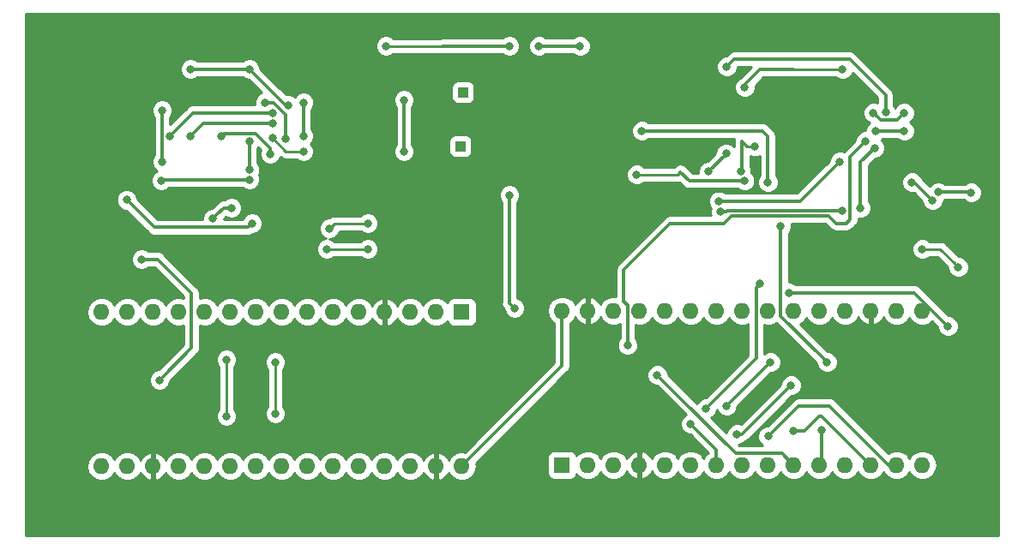
<source format=gbr>
G04 #@! TF.GenerationSoftware,KiCad,Pcbnew,(5.0.1)-3*
G04 #@! TF.CreationDate,2018-11-04T20:32:57-06:00*
G04 #@! TF.ProjectId,ProofOfConceptBoardV1,50726F6F664F66436F6E63657074426F,rev?*
G04 #@! TF.SameCoordinates,Original*
G04 #@! TF.FileFunction,Copper,L2,Bot,Signal*
G04 #@! TF.FilePolarity,Positive*
%FSLAX46Y46*%
G04 Gerber Fmt 4.6, Leading zero omitted, Abs format (unit mm)*
G04 Created by KiCad (PCBNEW (5.0.1)-3) date 11/4/2018 8:32:57 PM*
%MOMM*%
%LPD*%
G01*
G04 APERTURE LIST*
G04 #@! TA.AperFunction,ComponentPad*
%ADD10R,1.600000X1.600000*%
G04 #@! TD*
G04 #@! TA.AperFunction,ComponentPad*
%ADD11O,1.600000X1.600000*%
G04 #@! TD*
G04 #@! TA.AperFunction,ComponentPad*
%ADD12R,1.000000X1.000000*%
G04 #@! TD*
G04 #@! TA.AperFunction,ViaPad*
%ADD13C,0.800000*%
G04 #@! TD*
G04 #@! TA.AperFunction,Conductor*
%ADD14C,0.304800*%
G04 #@! TD*
G04 #@! TA.AperFunction,Conductor*
%ADD15C,0.250000*%
G04 #@! TD*
G04 #@! TA.AperFunction,Conductor*
%ADD16C,0.254000*%
G04 #@! TD*
G04 APERTURE END LIST*
D10*
G04 #@! TO.P,A1,1*
G04 #@! TO.N,Net-(A1-Pad1)*
X121666000Y-86233000D03*
D11*
G04 #@! TO.P,A1,17*
G04 #@! TO.N,Net-(A1-Pad17)*
X88646000Y-101473000D03*
G04 #@! TO.P,A1,2*
G04 #@! TO.N,Net-(A1-Pad2)*
X119126000Y-86233000D03*
G04 #@! TO.P,A1,18*
G04 #@! TO.N,GNDREF*
X91186000Y-101473000D03*
G04 #@! TO.P,A1,3*
G04 #@! TO.N,Net-(A1-Pad3)*
X116586000Y-86233000D03*
G04 #@! TO.P,A1,19*
G04 #@! TO.N,Net-(A1-Pad19)*
X93726000Y-101473000D03*
G04 #@! TO.P,A1,4*
G04 #@! TO.N,GNDREF*
X114046000Y-86233000D03*
G04 #@! TO.P,A1,20*
G04 #@! TO.N,Net-(A1-Pad20)*
X96266000Y-101473000D03*
G04 #@! TO.P,A1,5*
G04 #@! TO.N,INT0_2*
X111506000Y-86233000D03*
G04 #@! TO.P,A1,21*
G04 #@! TO.N,Net-(A1-Pad21)*
X98806000Y-101473000D03*
G04 #@! TO.P,A1,6*
G04 #@! TO.N,INT1_2*
X108966000Y-86233000D03*
G04 #@! TO.P,A1,22*
G04 #@! TO.N,Net-(A1-Pad22)*
X101346000Y-101473000D03*
G04 #@! TO.P,A1,7*
G04 #@! TO.N,INTMCP_2*
X106426000Y-86233000D03*
G04 #@! TO.P,A1,23*
G04 #@! TO.N,Net-(A1-Pad23)*
X103886000Y-101473000D03*
G04 #@! TO.P,A1,8*
G04 #@! TO.N,Net-(A1-Pad8)*
X103886000Y-86233000D03*
G04 #@! TO.P,A1,24*
G04 #@! TO.N,Net-(A1-Pad24)*
X106426000Y-101473000D03*
G04 #@! TO.P,A1,9*
G04 #@! TO.N,Net-(A1-Pad9)*
X101346000Y-86233000D03*
G04 #@! TO.P,A1,25*
G04 #@! TO.N,Net-(A1-Pad25)*
X108966000Y-101473000D03*
G04 #@! TO.P,A1,10*
G04 #@! TO.N,TBUF0_2*
X98806000Y-86233000D03*
G04 #@! TO.P,A1,26*
G04 #@! TO.N,Net-(A1-Pad26)*
X111506000Y-101473000D03*
G04 #@! TO.P,A1,11*
G04 #@! TO.N,TBUF1_2*
X96266000Y-86233000D03*
G04 #@! TO.P,A1,27*
G04 #@! TO.N,+5V*
X114046000Y-101473000D03*
G04 #@! TO.P,A1,12*
G04 #@! TO.N,TBUF2_2*
X93726000Y-86233000D03*
G04 #@! TO.P,A1,28*
G04 #@! TO.N,Net-(A1-Pad28)*
X116586000Y-101473000D03*
G04 #@! TO.P,A1,13*
G04 #@! TO.N,SS_2*
X91186000Y-86233000D03*
G04 #@! TO.P,A1,29*
G04 #@! TO.N,GNDREF*
X119126000Y-101473000D03*
G04 #@! TO.P,A1,14*
G04 #@! TO.N,MOSI_2*
X88646000Y-86233000D03*
G04 #@! TO.P,A1,30*
G04 #@! TO.N,VCC*
X121666000Y-101473000D03*
G04 #@! TO.P,A1,15*
G04 #@! TO.N,MISO_2*
X86106000Y-86233000D03*
G04 #@! TO.P,A1,16*
G04 #@! TO.N,SCK_2*
X86106000Y-101473000D03*
G04 #@! TD*
G04 #@! TO.P,A2,16*
G04 #@! TO.N,SCK*
X167132000Y-86106000D03*
G04 #@! TO.P,A2,15*
G04 #@! TO.N,MISO*
X167132000Y-101346000D03*
G04 #@! TO.P,A2,30*
G04 #@! TO.N,VCC*
X131572000Y-86106000D03*
G04 #@! TO.P,A2,14*
G04 #@! TO.N,MOSI*
X164592000Y-101346000D03*
G04 #@! TO.P,A2,29*
G04 #@! TO.N,GNDREF*
X134112000Y-86106000D03*
G04 #@! TO.P,A2,13*
G04 #@! TO.N,SS*
X162052000Y-101346000D03*
G04 #@! TO.P,A2,28*
G04 #@! TO.N,Net-(A2-Pad28)*
X136652000Y-86106000D03*
G04 #@! TO.P,A2,12*
G04 #@! TO.N,TBUF2*
X159512000Y-101346000D03*
G04 #@! TO.P,A2,27*
G04 #@! TO.N,+5V*
X139192000Y-86106000D03*
G04 #@! TO.P,A2,11*
G04 #@! TO.N,TBUF1*
X156972000Y-101346000D03*
G04 #@! TO.P,A2,26*
G04 #@! TO.N,Net-(A2-Pad26)*
X141732000Y-86106000D03*
G04 #@! TO.P,A2,10*
G04 #@! TO.N,TBUF0*
X154432000Y-101346000D03*
G04 #@! TO.P,A2,25*
G04 #@! TO.N,Net-(A2-Pad25)*
X144272000Y-86106000D03*
G04 #@! TO.P,A2,9*
G04 #@! TO.N,Net-(A2-Pad9)*
X151892000Y-101346000D03*
G04 #@! TO.P,A2,24*
G04 #@! TO.N,Net-(A2-Pad24)*
X146812000Y-86106000D03*
G04 #@! TO.P,A2,8*
G04 #@! TO.N,Net-(A2-Pad8)*
X149352000Y-101346000D03*
G04 #@! TO.P,A2,23*
G04 #@! TO.N,Net-(A2-Pad23)*
X149352000Y-86106000D03*
G04 #@! TO.P,A2,7*
G04 #@! TO.N,INTMCP*
X146812000Y-101346000D03*
G04 #@! TO.P,A2,22*
G04 #@! TO.N,Net-(A2-Pad22)*
X151892000Y-86106000D03*
G04 #@! TO.P,A2,6*
G04 #@! TO.N,INT1*
X144272000Y-101346000D03*
G04 #@! TO.P,A2,21*
G04 #@! TO.N,Net-(A2-Pad21)*
X154432000Y-86106000D03*
G04 #@! TO.P,A2,5*
G04 #@! TO.N,INT0*
X141732000Y-101346000D03*
G04 #@! TO.P,A2,20*
G04 #@! TO.N,Net-(A2-Pad20)*
X156972000Y-86106000D03*
G04 #@! TO.P,A2,4*
G04 #@! TO.N,GNDREF*
X139192000Y-101346000D03*
G04 #@! TO.P,A2,19*
G04 #@! TO.N,Net-(A2-Pad19)*
X159512000Y-86106000D03*
G04 #@! TO.P,A2,3*
G04 #@! TO.N,Net-(A2-Pad3)*
X136652000Y-101346000D03*
G04 #@! TO.P,A2,18*
G04 #@! TO.N,GNDREF*
X162052000Y-86106000D03*
G04 #@! TO.P,A2,2*
G04 #@! TO.N,Net-(A2-Pad2)*
X134112000Y-101346000D03*
G04 #@! TO.P,A2,17*
G04 #@! TO.N,Net-(A2-Pad17)*
X164592000Y-86106000D03*
D10*
G04 #@! TO.P,A2,1*
G04 #@! TO.N,Net-(A2-Pad1)*
X131572000Y-101346000D03*
G04 #@! TD*
D12*
G04 #@! TO.P,TP1,1*
G04 #@! TO.N,Net-(A4-Pad7)*
X121793000Y-64516000D03*
G04 #@! TD*
G04 #@! TO.P,TP2,1*
G04 #@! TO.N,Net-(A4-Pad6)*
X121539000Y-69850000D03*
G04 #@! TD*
D13*
G04 #@! TO.N,GNDREF*
X80264000Y-107442000D03*
X83312000Y-107442000D03*
X81280000Y-107442000D03*
X85344000Y-107442000D03*
X82296000Y-107442000D03*
X84328000Y-107442000D03*
X88392000Y-107442000D03*
X86360000Y-107442000D03*
X90424000Y-107442000D03*
X87376000Y-107442000D03*
X89408000Y-107442000D03*
X93472000Y-107442000D03*
X100584000Y-107442000D03*
X91440000Y-107442000D03*
X96520000Y-107442000D03*
X98552000Y-107442000D03*
X95504000Y-107442000D03*
X97536000Y-107442000D03*
X99568000Y-107442000D03*
X92456000Y-107442000D03*
X94488000Y-107442000D03*
X106680000Y-107442000D03*
X107696000Y-107442000D03*
X101600000Y-107442000D03*
X105664000Y-107442000D03*
X110744000Y-107442000D03*
X108712000Y-107442000D03*
X109728000Y-107442000D03*
X102616000Y-107442000D03*
X103632000Y-107442000D03*
X104648000Y-107442000D03*
X113792000Y-107442000D03*
X120904000Y-107442000D03*
X111760000Y-107442000D03*
X116840000Y-107442000D03*
X118872000Y-107442000D03*
X115824000Y-107442000D03*
X117856000Y-107442000D03*
X119888000Y-107442000D03*
X112776000Y-107442000D03*
X114808000Y-107442000D03*
X127000000Y-107442000D03*
X128016000Y-107442000D03*
X121920000Y-107442000D03*
X125984000Y-107442000D03*
X131064000Y-107442000D03*
X129032000Y-107442000D03*
X130048000Y-107442000D03*
X122936000Y-107442000D03*
X123952000Y-107442000D03*
X124968000Y-107442000D03*
X134112000Y-107442000D03*
X141224000Y-107442000D03*
X132080000Y-107442000D03*
X137160000Y-107442000D03*
X139192000Y-107442000D03*
X136144000Y-107442000D03*
X138176000Y-107442000D03*
X140208000Y-107442000D03*
X133096000Y-107442000D03*
X135128000Y-107442000D03*
X147320000Y-107442000D03*
X148336000Y-107442000D03*
X142240000Y-107442000D03*
X146304000Y-107442000D03*
X151384000Y-107442000D03*
X149352000Y-107442000D03*
X150368000Y-107442000D03*
X143256000Y-107442000D03*
X144272000Y-107442000D03*
X145288000Y-107442000D03*
X154432000Y-107442000D03*
X161544000Y-107442000D03*
X152400000Y-107442000D03*
X157480000Y-107442000D03*
X159512000Y-107442000D03*
X156464000Y-107442000D03*
X158496000Y-107442000D03*
X160528000Y-107442000D03*
X153416000Y-107442000D03*
X155448000Y-107442000D03*
X167640000Y-107442000D03*
X168656000Y-107442000D03*
X162560000Y-107442000D03*
X166624000Y-107442000D03*
X171704000Y-107442000D03*
X169672000Y-107442000D03*
X170688000Y-107442000D03*
X163576000Y-107442000D03*
X164592000Y-107442000D03*
X165608000Y-107442000D03*
X173736000Y-105410000D03*
X173736000Y-98298000D03*
X173736000Y-102362000D03*
X173736000Y-100330000D03*
X173736000Y-103378000D03*
X173736000Y-101346000D03*
X173736000Y-99314000D03*
X173736000Y-106426000D03*
X173736000Y-104394000D03*
X173736000Y-92202000D03*
X173736000Y-91186000D03*
X173736000Y-97282000D03*
X173736000Y-93218000D03*
X173736000Y-88138000D03*
X173736000Y-90170000D03*
X173736000Y-89154000D03*
X173736000Y-96266000D03*
X173736000Y-95250000D03*
X173736000Y-94234000D03*
X173736000Y-85090000D03*
X173736000Y-77978000D03*
X173736000Y-87122000D03*
X173736000Y-82042000D03*
X173736000Y-80010000D03*
X173736000Y-83058000D03*
X173736000Y-81026000D03*
X173736000Y-78994000D03*
X173736000Y-86106000D03*
X173736000Y-84074000D03*
X173736000Y-71882000D03*
X173736000Y-70866000D03*
X173736000Y-76962000D03*
X173736000Y-72898000D03*
X173736000Y-67818000D03*
X173736000Y-69850000D03*
X173736000Y-68834000D03*
X173736000Y-75946000D03*
X173736000Y-74930000D03*
X173736000Y-73914000D03*
X80264000Y-57658000D03*
X86360000Y-57658000D03*
X87376000Y-57658000D03*
X81280000Y-57658000D03*
X85344000Y-57658000D03*
X90424000Y-57658000D03*
X88392000Y-57658000D03*
X89408000Y-57658000D03*
X82296000Y-57658000D03*
X83312000Y-57658000D03*
X84328000Y-57658000D03*
X93472000Y-57658000D03*
X100584000Y-57658000D03*
X91440000Y-57658000D03*
X96520000Y-57658000D03*
X98552000Y-57658000D03*
X95504000Y-57658000D03*
X97536000Y-57658000D03*
X99568000Y-57658000D03*
X92456000Y-57658000D03*
X94488000Y-57658000D03*
X106680000Y-57658000D03*
X107696000Y-57658000D03*
X101600000Y-57658000D03*
X105664000Y-57658000D03*
X110744000Y-57658000D03*
X108712000Y-57658000D03*
X109728000Y-57658000D03*
X102616000Y-57658000D03*
X103632000Y-57658000D03*
X104648000Y-57658000D03*
X113792000Y-57658000D03*
X120904000Y-57658000D03*
X111760000Y-57658000D03*
X116840000Y-57658000D03*
X118872000Y-57658000D03*
X115824000Y-57658000D03*
X117856000Y-57658000D03*
X119888000Y-57658000D03*
X112776000Y-57658000D03*
X114808000Y-57658000D03*
X127000000Y-57658000D03*
X128016000Y-57658000D03*
X121920000Y-57658000D03*
X125984000Y-57658000D03*
X131064000Y-57658000D03*
X129032000Y-57658000D03*
X130048000Y-57658000D03*
X122936000Y-57658000D03*
X123952000Y-57658000D03*
X124968000Y-57658000D03*
X134112000Y-57658000D03*
X141224000Y-57658000D03*
X132080000Y-57658000D03*
X137160000Y-57658000D03*
X139192000Y-57658000D03*
X136144000Y-57658000D03*
X138176000Y-57658000D03*
X140208000Y-57658000D03*
X133096000Y-57658000D03*
X135128000Y-57658000D03*
X147320000Y-57658000D03*
X148336000Y-57658000D03*
X142240000Y-57658000D03*
X146304000Y-57658000D03*
X151384000Y-57658000D03*
X149352000Y-57658000D03*
X150368000Y-57658000D03*
X143256000Y-57658000D03*
X144272000Y-57658000D03*
X145288000Y-57658000D03*
X154432000Y-57658000D03*
X161544000Y-57658000D03*
X152400000Y-57658000D03*
X157480000Y-57658000D03*
X159512000Y-57658000D03*
X156464000Y-57658000D03*
X158496000Y-57658000D03*
X160528000Y-57658000D03*
X153416000Y-57658000D03*
X155448000Y-57658000D03*
X167640000Y-57658000D03*
X168656000Y-57658000D03*
X162560000Y-57658000D03*
X166624000Y-57658000D03*
X171704000Y-57658000D03*
X169672000Y-57658000D03*
X170688000Y-57658000D03*
X163576000Y-57658000D03*
X164592000Y-57658000D03*
X165608000Y-57658000D03*
X173736000Y-64770000D03*
X173736000Y-66802000D03*
X173736000Y-61722000D03*
X173736000Y-59690000D03*
X173736000Y-62738000D03*
X173736000Y-60706000D03*
X173736000Y-58674000D03*
X173736000Y-65786000D03*
X173736000Y-63754000D03*
X172720000Y-57658000D03*
X173736000Y-57658000D03*
X172720000Y-107442000D03*
X173736000Y-107442000D03*
X79502000Y-91186000D03*
X79502000Y-98298000D03*
X79502000Y-100330000D03*
X79502000Y-78994000D03*
X79502000Y-81026000D03*
X79502000Y-101346000D03*
X79502000Y-77978000D03*
X79502000Y-84074000D03*
X79502000Y-102362000D03*
X79502000Y-97282000D03*
X79502000Y-82042000D03*
X79502000Y-86106000D03*
X79502000Y-87122000D03*
X79502000Y-88138000D03*
X79502000Y-90170000D03*
X79502000Y-92202000D03*
X79502000Y-93218000D03*
X79502000Y-95250000D03*
X79502000Y-83058000D03*
X79502000Y-75946000D03*
X79502000Y-99314000D03*
X79502000Y-60706000D03*
X79502000Y-96266000D03*
X79502000Y-80010000D03*
X79502000Y-58674000D03*
X79502000Y-59690000D03*
X79502000Y-85090000D03*
X79502000Y-89154000D03*
X79502000Y-94234000D03*
X79502000Y-74930000D03*
X79502000Y-64770000D03*
X79502000Y-72898000D03*
X79502000Y-61722000D03*
X79502000Y-66802000D03*
X79502000Y-71882000D03*
X79502000Y-69850000D03*
X79502000Y-68834000D03*
X79502000Y-67818000D03*
X79502000Y-65786000D03*
X79502000Y-63754000D03*
X79502000Y-62738000D03*
X79502000Y-104394000D03*
X79502000Y-105410000D03*
X79502000Y-106426000D03*
X79502000Y-70866000D03*
X79502000Y-76962000D03*
X79502000Y-73914000D03*
X79502000Y-103378000D03*
X89027000Y-78486000D03*
G04 #@! TO.N,INTMCP_2*
X98933000Y-75946000D03*
X97105345Y-77006880D03*
G04 #@! TO.N,Net-(A1-Pad8)*
X103251000Y-91186000D03*
X103251000Y-96266000D03*
G04 #@! TO.N,Net-(A1-Pad9)*
X98425000Y-96520000D03*
X98425000Y-90932000D03*
G04 #@! TO.N,+5V*
X126365000Y-74676000D03*
X126873000Y-85852000D03*
X129286000Y-59944000D03*
X133350000Y-59944000D03*
X114173000Y-59944000D03*
X106045000Y-68834000D03*
X106045000Y-65532000D03*
X102235000Y-65532000D03*
X104267000Y-69088000D03*
X102743000Y-70612000D03*
X97917000Y-68834000D03*
X139446000Y-68326000D03*
X151892000Y-73406000D03*
X126365000Y-59944000D03*
G04 #@! TO.N,MOSI_2*
X100711000Y-69342000D03*
X100711000Y-72136000D03*
G04 #@! TO.N,SCK_2*
X90043000Y-81026000D03*
X91821000Y-92963992D03*
G04 #@! TO.N,SCK*
X149246802Y-72314474D03*
X150622000Y-69850000D03*
X169672000Y-87630000D03*
X153933590Y-84328000D03*
G04 #@! TO.N,MISO*
X153162000Y-77724000D03*
X157734000Y-91186000D03*
G04 #@! TO.N,MOSI*
X146040410Y-72365965D03*
X147764820Y-70548820D03*
X151916037Y-98527967D03*
G04 #@! TO.N,SS*
X154432000Y-97971554D03*
G04 #@! TO.N,TBUF2*
X147050032Y-75277377D03*
X158995868Y-71367015D03*
G04 #@! TO.N,TBUF1*
X147219560Y-76329420D03*
X162416760Y-70033093D03*
X157147056Y-97917000D03*
X159257994Y-76200000D03*
X161036000Y-75946000D03*
G04 #@! TO.N,TBUF0*
X161544000Y-69342000D03*
X140970000Y-92456000D03*
X138039599Y-89525599D03*
G04 #@! TO.N,INTMCP*
X151130000Y-83414749D03*
X145796000Y-95758000D03*
X144272000Y-97282000D03*
G04 #@! TO.N,INT1*
X154178000Y-93472000D03*
X148844000Y-98298000D03*
G04 #@! TO.N,INT0*
X152146000Y-91186000D03*
X147803974Y-95528026D03*
G04 #@! TO.N,CANTX*
X159258000Y-62230000D03*
X149606000Y-64008000D03*
G04 #@! TO.N,CANRX*
X147828000Y-61976000D03*
X163508012Y-66528081D03*
G04 #@! TO.N,Net-(A4-Pad5)*
X115951000Y-65278000D03*
X115951000Y-70358000D03*
G04 #@! TO.N,CANRX_2*
X102997000Y-67548003D03*
X94869000Y-68818032D03*
X102997000Y-69052804D03*
X106045000Y-70358000D03*
G04 #@! TO.N,CANTX_2*
X102997000Y-66548000D03*
X92837000Y-68818032D03*
G04 #@! TO.N,OSC1*
X165344400Y-66548000D03*
X162306000Y-66548000D03*
X168702701Y-74351949D03*
X171958000Y-74422000D03*
G04 #@! TO.N,OSC1_2*
X100965000Y-77470000D03*
X108331000Y-80010000D03*
X112395000Y-80010000D03*
X88593767Y-75157302D03*
G04 #@! TO.N,OSC2*
X162560000Y-68326000D03*
X165354000Y-68326000D03*
X168148000Y-75184000D03*
X167132000Y-80010000D03*
X170688000Y-81788000D03*
X166116000Y-73406000D03*
G04 #@! TO.N,OSC2_2*
X100711000Y-73152000D03*
X91992516Y-73241032D03*
X108585000Y-77978000D03*
X112395000Y-77470000D03*
G04 #@! TO.N,Net-(C7-Pad1)*
X100711000Y-62230000D03*
X104521000Y-65786000D03*
X94869000Y-62230000D03*
G04 #@! TO.N,Net-(R7-Pad1)*
X149581046Y-73256973D03*
X138938000Y-72644000D03*
G04 #@! TO.N,Net-(R8-Pad1)*
X92075000Y-71374000D03*
X92074998Y-66294000D03*
G04 #@! TD*
D14*
G04 #@! TO.N,INTMCP_2*
X97505344Y-76606881D02*
X97105345Y-77006880D01*
X98933000Y-75946000D02*
X98166225Y-75946000D01*
X98166225Y-75946000D02*
X97505344Y-76606881D01*
D15*
G04 #@! TO.N,Net-(A1-Pad8)*
X103251000Y-91186000D02*
X103251000Y-96266000D01*
G04 #@! TO.N,Net-(A1-Pad9)*
X98425000Y-96520000D02*
X98425000Y-90932000D01*
D14*
G04 #@! TO.N,+5V*
X126365000Y-80264000D02*
X126365000Y-81788000D01*
X126365000Y-74676000D02*
X126365000Y-80264000D01*
X126365000Y-85344000D02*
X126473001Y-85452001D01*
X126473001Y-85452001D02*
X126873000Y-85852000D01*
X126365000Y-81788000D02*
X126365000Y-85344000D01*
D15*
X119735500Y-59944000D02*
X114173000Y-59944000D01*
D14*
X106045000Y-65532000D02*
X106045000Y-68834000D01*
X103094554Y-65532000D02*
X104267000Y-66704446D01*
X102235000Y-65532000D02*
X103094554Y-65532000D01*
X104267000Y-66704446D02*
X104267000Y-69088000D01*
X98161401Y-68589599D02*
X97917000Y-68834000D01*
X101286284Y-68589599D02*
X98161401Y-68589599D01*
X102743000Y-70612000D02*
X102743000Y-70046315D01*
X102743000Y-70046315D02*
X101286284Y-68589599D01*
X139446000Y-68326000D02*
X151384000Y-68326000D01*
X151384000Y-68326000D02*
X151892000Y-68834000D01*
X151892000Y-68834000D02*
X151892000Y-73406000D01*
X129286000Y-59944000D02*
X133350000Y-59944000D01*
X119735500Y-59944000D02*
X126365000Y-59944000D01*
G04 #@! TO.N,MOSI_2*
X100711000Y-69342000D02*
X100711000Y-72136000D01*
G04 #@! TO.N,VCC*
X131572000Y-91567000D02*
X121666000Y-101473000D01*
X131572000Y-86106000D02*
X131572000Y-91567000D01*
G04 #@! TO.N,SCK_2*
X92220999Y-92563993D02*
X91821000Y-92963992D01*
X94996000Y-89788992D02*
X92220999Y-92563993D01*
X94996000Y-84367271D02*
X94996000Y-89788992D01*
X90043000Y-81026000D02*
X91654729Y-81026000D01*
X91654729Y-81026000D02*
X94996000Y-84367271D01*
G04 #@! TO.N,SCK*
X149352000Y-72209276D02*
X149246802Y-72314474D01*
X149352000Y-69342000D02*
X149352000Y-72209276D01*
D15*
X150056315Y-69850000D02*
X150622000Y-69850000D01*
X149352000Y-69342000D02*
X149860000Y-69850000D01*
X149860000Y-69850000D02*
X150056315Y-69850000D01*
D14*
X154499275Y-84328000D02*
X153933590Y-84328000D01*
X166370000Y-84328000D02*
X154499275Y-84328000D01*
X169672000Y-87630000D02*
X166370000Y-84328000D01*
G04 #@! TO.N,MISO*
X153162000Y-86614000D02*
X157334001Y-90786001D01*
X153162000Y-77724000D02*
X153162000Y-86614000D01*
X157334001Y-90786001D02*
X157734000Y-91186000D01*
G04 #@! TO.N,MOSI*
X147764820Y-70641555D02*
X147764820Y-70548820D01*
X146040410Y-72365965D02*
X147764820Y-70641555D01*
X152316036Y-98127968D02*
X151916037Y-98527967D01*
X154940004Y-95504000D02*
X152316036Y-98127968D01*
X157988000Y-95504000D02*
X154940004Y-95504000D01*
X164592000Y-101346000D02*
X163830000Y-101346000D01*
X163830000Y-101346000D02*
X157988000Y-95504000D01*
G04 #@! TO.N,SS*
X154432000Y-97971554D02*
X155520446Y-97971554D01*
X155520446Y-97971554D02*
X156972000Y-96520000D01*
X157226000Y-96520000D02*
X162052000Y-101346000D01*
X156972000Y-96520000D02*
X157226000Y-96520000D01*
G04 #@! TO.N,TBUF2*
X147050032Y-75277377D02*
X155085506Y-75277377D01*
X155085506Y-75277377D02*
X158595869Y-71767014D01*
X158595869Y-71767014D02*
X158995868Y-71367015D01*
G04 #@! TO.N,TBUF1*
X157147056Y-101170944D02*
X156972000Y-101346000D01*
X157147056Y-97917000D02*
X157147056Y-101170944D01*
X147219560Y-76329420D02*
X147785245Y-76329420D01*
X158692309Y-76200000D02*
X159257994Y-76200000D01*
X147914665Y-76200000D02*
X158692309Y-76200000D01*
X147785245Y-76329420D02*
X147914665Y-76200000D01*
X161036000Y-75380315D02*
X161036000Y-75946000D01*
X161036000Y-71413853D02*
X161036000Y-75380315D01*
X162416760Y-70033093D02*
X161036000Y-71413853D01*
G04 #@! TO.N,TBUF0*
X160010405Y-70875595D02*
X161544000Y-69342000D01*
X160010405Y-77069149D02*
X160010405Y-70875595D01*
X157890446Y-76708000D02*
X158642847Y-77460401D01*
X158642847Y-77460401D02*
X159619153Y-77460401D01*
X148336000Y-76708000D02*
X157890446Y-76708000D01*
X147574000Y-77470000D02*
X148336000Y-76708000D01*
X137668000Y-82042000D02*
X142240000Y-77470000D01*
X138039599Y-89525599D02*
X138039599Y-85552847D01*
X138039599Y-85552847D02*
X137668000Y-85181248D01*
X159619153Y-77460401D02*
X160010405Y-77069149D01*
X142240000Y-77470000D02*
X147574000Y-77470000D01*
X137668000Y-85181248D02*
X137668000Y-82042000D01*
X143256000Y-94742000D02*
X140970000Y-92456000D01*
X148707599Y-100193599D02*
X143256000Y-94742000D01*
X154432000Y-101346000D02*
X153279599Y-100193599D01*
X153279599Y-100193599D02*
X148707599Y-100193599D01*
G04 #@! TO.N,INTMCP*
X150730001Y-90823999D02*
X145796000Y-95758000D01*
X151130000Y-83414749D02*
X150730001Y-83814748D01*
X150730001Y-83814748D02*
X150730001Y-90823999D01*
X146812000Y-99822000D02*
X146812000Y-101346000D01*
X144272000Y-97282000D02*
X146812000Y-99822000D01*
G04 #@! TO.N,INT1*
X154178000Y-93472000D02*
X149352000Y-98298000D01*
X149352000Y-98298000D02*
X148844000Y-98298000D01*
G04 #@! TO.N,INT0*
X152146000Y-91186000D02*
X147803974Y-95528026D01*
D15*
G04 #@! TO.N,CANTX*
X154432000Y-62230000D02*
X159258000Y-62230000D01*
D14*
X149606000Y-63754000D02*
X149606000Y-64008000D01*
X154432000Y-62230000D02*
X151130000Y-62230000D01*
X151130000Y-62230000D02*
X149606000Y-63754000D01*
G04 #@! TO.N,CANRX*
X159962319Y-61214000D02*
X163264315Y-64515996D01*
X147828000Y-61976000D02*
X148590000Y-61214000D01*
X148590000Y-61214000D02*
X159962319Y-61214000D01*
X163508012Y-65962396D02*
X163508012Y-66528081D01*
X163508012Y-64837984D02*
X163508012Y-65962396D01*
D15*
X163508012Y-64759693D02*
X163264315Y-64515996D01*
X163508012Y-64837984D02*
X163508012Y-64759693D01*
D14*
G04 #@! TO.N,Net-(A4-Pad5)*
X115951000Y-65278000D02*
X115951000Y-70358000D01*
G04 #@! TO.N,CANRX_2*
X102997000Y-67548003D02*
X96139029Y-67548003D01*
X95268999Y-68418033D02*
X94869000Y-68818032D01*
X96139029Y-67548003D02*
X95268999Y-68418033D01*
D15*
X102997000Y-69052804D02*
X104302196Y-70358000D01*
X104302196Y-70358000D02*
X105479315Y-70358000D01*
X105479315Y-70358000D02*
X106045000Y-70358000D01*
D14*
G04 #@! TO.N,CANTX_2*
X102997000Y-66548000D02*
X95107032Y-66548000D01*
X95107032Y-66548000D02*
X93236999Y-68418033D01*
X93236999Y-68418033D02*
X92837000Y-68818032D01*
G04 #@! TO.N,OSC1*
X162705999Y-66947999D02*
X162306000Y-66548000D01*
X163038482Y-67280482D02*
X162705999Y-66947999D01*
X165344400Y-66548000D02*
X164611918Y-67280482D01*
X164611918Y-67280482D02*
X163038482Y-67280482D01*
X168702701Y-74351949D02*
X171887949Y-74351949D01*
X171887949Y-74351949D02*
X171958000Y-74422000D01*
D15*
G04 #@! TO.N,OSC1_2*
X108331000Y-80010000D02*
X112395000Y-80010000D01*
D14*
X100565001Y-77869999D02*
X91306464Y-77869999D01*
X88993766Y-75557301D02*
X88593767Y-75157302D01*
X91306464Y-77869999D02*
X88993766Y-75557301D01*
X100965000Y-77470000D02*
X100565001Y-77869999D01*
G04 #@! TO.N,OSC2*
X162560000Y-68326000D02*
X165354000Y-68326000D01*
D15*
X167132000Y-80010000D02*
X168910000Y-80010000D01*
X168910000Y-80010000D02*
X170288001Y-81388001D01*
X170288001Y-81388001D02*
X170688000Y-81788000D01*
D14*
X168148000Y-75184000D02*
X166370000Y-73406000D01*
X166370000Y-73406000D02*
X166116000Y-73406000D01*
G04 #@! TO.N,OSC2_2*
X100711000Y-73152000D02*
X92081548Y-73152000D01*
X92081548Y-73152000D02*
X91992516Y-73241032D01*
D15*
X108585000Y-77978000D02*
X109093000Y-77470000D01*
X109093000Y-77470000D02*
X112395000Y-77470000D01*
D14*
G04 #@! TO.N,Net-(C7-Pad1)*
X100711000Y-62230000D02*
X104267000Y-65786000D01*
X104267000Y-65786000D02*
X104521000Y-65786000D01*
X100711000Y-62230000D02*
X94869000Y-62230000D01*
G04 #@! TO.N,Net-(R7-Pad1)*
X143256000Y-72390000D02*
X144122973Y-73256973D01*
X144122973Y-73256973D02*
X149015361Y-73256973D01*
X149015361Y-73256973D02*
X149581046Y-73256973D01*
D15*
X143256000Y-72390000D02*
X143002000Y-72644000D01*
X143002000Y-72644000D02*
X139503685Y-72644000D01*
X139503685Y-72644000D02*
X138938000Y-72644000D01*
D14*
G04 #@! TO.N,Net-(R8-Pad1)*
X92075000Y-71374000D02*
X92075000Y-66294002D01*
X92075000Y-66294002D02*
X92074998Y-66294000D01*
G04 #@! TD*
D16*
G04 #@! TO.N,GNDREF*
G36*
X174625000Y-108331000D02*
X78613000Y-108331000D01*
X78613000Y-101473000D01*
X84642887Y-101473000D01*
X84754260Y-102032909D01*
X85071423Y-102507577D01*
X85546091Y-102824740D01*
X85964667Y-102908000D01*
X86247333Y-102908000D01*
X86665909Y-102824740D01*
X87140577Y-102507577D01*
X87376000Y-102155242D01*
X87611423Y-102507577D01*
X88086091Y-102824740D01*
X88504667Y-102908000D01*
X88787333Y-102908000D01*
X89205909Y-102824740D01*
X89680577Y-102507577D01*
X89936947Y-102123892D01*
X90033611Y-102328134D01*
X90448577Y-102704041D01*
X90836961Y-102864904D01*
X91059000Y-102742915D01*
X91059000Y-101600000D01*
X91039000Y-101600000D01*
X91039000Y-101346000D01*
X91059000Y-101346000D01*
X91059000Y-100203085D01*
X91313000Y-100203085D01*
X91313000Y-101346000D01*
X91333000Y-101346000D01*
X91333000Y-101600000D01*
X91313000Y-101600000D01*
X91313000Y-102742915D01*
X91535039Y-102864904D01*
X91923423Y-102704041D01*
X92338389Y-102328134D01*
X92435053Y-102123892D01*
X92691423Y-102507577D01*
X93166091Y-102824740D01*
X93584667Y-102908000D01*
X93867333Y-102908000D01*
X94285909Y-102824740D01*
X94760577Y-102507577D01*
X94996000Y-102155242D01*
X95231423Y-102507577D01*
X95706091Y-102824740D01*
X96124667Y-102908000D01*
X96407333Y-102908000D01*
X96825909Y-102824740D01*
X97300577Y-102507577D01*
X97536000Y-102155242D01*
X97771423Y-102507577D01*
X98246091Y-102824740D01*
X98664667Y-102908000D01*
X98947333Y-102908000D01*
X99365909Y-102824740D01*
X99840577Y-102507577D01*
X100076000Y-102155242D01*
X100311423Y-102507577D01*
X100786091Y-102824740D01*
X101204667Y-102908000D01*
X101487333Y-102908000D01*
X101905909Y-102824740D01*
X102380577Y-102507577D01*
X102616000Y-102155242D01*
X102851423Y-102507577D01*
X103326091Y-102824740D01*
X103744667Y-102908000D01*
X104027333Y-102908000D01*
X104445909Y-102824740D01*
X104920577Y-102507577D01*
X105156000Y-102155242D01*
X105391423Y-102507577D01*
X105866091Y-102824740D01*
X106284667Y-102908000D01*
X106567333Y-102908000D01*
X106985909Y-102824740D01*
X107460577Y-102507577D01*
X107696000Y-102155242D01*
X107931423Y-102507577D01*
X108406091Y-102824740D01*
X108824667Y-102908000D01*
X109107333Y-102908000D01*
X109525909Y-102824740D01*
X110000577Y-102507577D01*
X110236000Y-102155242D01*
X110471423Y-102507577D01*
X110946091Y-102824740D01*
X111364667Y-102908000D01*
X111647333Y-102908000D01*
X112065909Y-102824740D01*
X112540577Y-102507577D01*
X112776000Y-102155242D01*
X113011423Y-102507577D01*
X113486091Y-102824740D01*
X113904667Y-102908000D01*
X114187333Y-102908000D01*
X114605909Y-102824740D01*
X115080577Y-102507577D01*
X115316000Y-102155242D01*
X115551423Y-102507577D01*
X116026091Y-102824740D01*
X116444667Y-102908000D01*
X116727333Y-102908000D01*
X117145909Y-102824740D01*
X117620577Y-102507577D01*
X117876947Y-102123892D01*
X117973611Y-102328134D01*
X118388577Y-102704041D01*
X118776961Y-102864904D01*
X118999000Y-102742915D01*
X118999000Y-101600000D01*
X118979000Y-101600000D01*
X118979000Y-101346000D01*
X118999000Y-101346000D01*
X118999000Y-100203085D01*
X119253000Y-100203085D01*
X119253000Y-101346000D01*
X119273000Y-101346000D01*
X119273000Y-101600000D01*
X119253000Y-101600000D01*
X119253000Y-102742915D01*
X119475039Y-102864904D01*
X119863423Y-102704041D01*
X120278389Y-102328134D01*
X120375053Y-102123892D01*
X120631423Y-102507577D01*
X121106091Y-102824740D01*
X121524667Y-102908000D01*
X121807333Y-102908000D01*
X122225909Y-102824740D01*
X122700577Y-102507577D01*
X123017740Y-102032909D01*
X123129113Y-101473000D01*
X123071117Y-101181434D01*
X123706551Y-100546000D01*
X130124560Y-100546000D01*
X130124560Y-102146000D01*
X130173843Y-102393765D01*
X130314191Y-102603809D01*
X130524235Y-102744157D01*
X130772000Y-102793440D01*
X132372000Y-102793440D01*
X132619765Y-102744157D01*
X132829809Y-102603809D01*
X132970157Y-102393765D01*
X132996785Y-102259894D01*
X133077423Y-102380577D01*
X133552091Y-102697740D01*
X133970667Y-102781000D01*
X134253333Y-102781000D01*
X134671909Y-102697740D01*
X135146577Y-102380577D01*
X135382000Y-102028242D01*
X135617423Y-102380577D01*
X136092091Y-102697740D01*
X136510667Y-102781000D01*
X136793333Y-102781000D01*
X137211909Y-102697740D01*
X137686577Y-102380577D01*
X137942947Y-101996892D01*
X138039611Y-102201134D01*
X138454577Y-102577041D01*
X138842961Y-102737904D01*
X139065000Y-102615915D01*
X139065000Y-101473000D01*
X139045000Y-101473000D01*
X139045000Y-101219000D01*
X139065000Y-101219000D01*
X139065000Y-100076085D01*
X138842961Y-99954096D01*
X138454577Y-100114959D01*
X138039611Y-100490866D01*
X137942947Y-100695108D01*
X137686577Y-100311423D01*
X137211909Y-99994260D01*
X136793333Y-99911000D01*
X136510667Y-99911000D01*
X136092091Y-99994260D01*
X135617423Y-100311423D01*
X135382000Y-100663758D01*
X135146577Y-100311423D01*
X134671909Y-99994260D01*
X134253333Y-99911000D01*
X133970667Y-99911000D01*
X133552091Y-99994260D01*
X133077423Y-100311423D01*
X132996785Y-100432106D01*
X132970157Y-100298235D01*
X132829809Y-100088191D01*
X132619765Y-99947843D01*
X132372000Y-99898560D01*
X130772000Y-99898560D01*
X130524235Y-99947843D01*
X130314191Y-100088191D01*
X130173843Y-100298235D01*
X130124560Y-100546000D01*
X123706551Y-100546000D01*
X132073938Y-92178614D01*
X132139684Y-92134684D01*
X132277977Y-91927714D01*
X132313715Y-91874229D01*
X132374826Y-91567000D01*
X132359400Y-91489447D01*
X132359400Y-87305735D01*
X132606577Y-87140577D01*
X132862947Y-86756892D01*
X132959611Y-86961134D01*
X133374577Y-87337041D01*
X133762961Y-87497904D01*
X133985000Y-87375915D01*
X133985000Y-86233000D01*
X133965000Y-86233000D01*
X133965000Y-85979000D01*
X133985000Y-85979000D01*
X133985000Y-84836085D01*
X134239000Y-84836085D01*
X134239000Y-85979000D01*
X134259000Y-85979000D01*
X134259000Y-86233000D01*
X134239000Y-86233000D01*
X134239000Y-87375915D01*
X134461039Y-87497904D01*
X134849423Y-87337041D01*
X135264389Y-86961134D01*
X135361053Y-86756892D01*
X135617423Y-87140577D01*
X136092091Y-87457740D01*
X136510667Y-87541000D01*
X136793333Y-87541000D01*
X137211909Y-87457740D01*
X137252200Y-87430819D01*
X137252199Y-88849288D01*
X137162168Y-88939319D01*
X137004599Y-89319725D01*
X137004599Y-89731473D01*
X137162168Y-90111879D01*
X137453319Y-90403030D01*
X137833725Y-90560599D01*
X138245473Y-90560599D01*
X138625879Y-90403030D01*
X138917030Y-90111879D01*
X139074599Y-89731473D01*
X139074599Y-89319725D01*
X138917030Y-88939319D01*
X138826999Y-88849288D01*
X138826999Y-87496510D01*
X139050667Y-87541000D01*
X139333333Y-87541000D01*
X139751909Y-87457740D01*
X140226577Y-87140577D01*
X140462000Y-86788242D01*
X140697423Y-87140577D01*
X141172091Y-87457740D01*
X141590667Y-87541000D01*
X141873333Y-87541000D01*
X142291909Y-87457740D01*
X142766577Y-87140577D01*
X143002000Y-86788242D01*
X143237423Y-87140577D01*
X143712091Y-87457740D01*
X144130667Y-87541000D01*
X144413333Y-87541000D01*
X144831909Y-87457740D01*
X145306577Y-87140577D01*
X145542000Y-86788242D01*
X145777423Y-87140577D01*
X146252091Y-87457740D01*
X146670667Y-87541000D01*
X146953333Y-87541000D01*
X147371909Y-87457740D01*
X147846577Y-87140577D01*
X148082000Y-86788242D01*
X148317423Y-87140577D01*
X148792091Y-87457740D01*
X149210667Y-87541000D01*
X149493333Y-87541000D01*
X149911909Y-87457740D01*
X149942602Y-87437232D01*
X149942602Y-90497846D01*
X145717449Y-94723000D01*
X145590126Y-94723000D01*
X145209720Y-94880569D01*
X144918569Y-95171720D01*
X144883628Y-95256076D01*
X143867615Y-94240064D01*
X143867613Y-94240061D01*
X142005000Y-92377449D01*
X142005000Y-92250126D01*
X141847431Y-91869720D01*
X141556280Y-91578569D01*
X141175874Y-91421000D01*
X140764126Y-91421000D01*
X140383720Y-91578569D01*
X140092569Y-91869720D01*
X139935000Y-92250126D01*
X139935000Y-92661874D01*
X140092569Y-93042280D01*
X140383720Y-93333431D01*
X140764126Y-93491000D01*
X140891449Y-93491000D01*
X142754061Y-95353613D01*
X142754064Y-95353615D01*
X143770076Y-96369628D01*
X143685720Y-96404569D01*
X143394569Y-96695720D01*
X143237000Y-97076126D01*
X143237000Y-97487874D01*
X143394569Y-97868280D01*
X143685720Y-98159431D01*
X144066126Y-98317000D01*
X144193449Y-98317000D01*
X146023469Y-100147021D01*
X145777423Y-100311423D01*
X145542000Y-100663758D01*
X145306577Y-100311423D01*
X144831909Y-99994260D01*
X144413333Y-99911000D01*
X144130667Y-99911000D01*
X143712091Y-99994260D01*
X143237423Y-100311423D01*
X143002000Y-100663758D01*
X142766577Y-100311423D01*
X142291909Y-99994260D01*
X141873333Y-99911000D01*
X141590667Y-99911000D01*
X141172091Y-99994260D01*
X140697423Y-100311423D01*
X140441053Y-100695108D01*
X140344389Y-100490866D01*
X139929423Y-100114959D01*
X139541039Y-99954096D01*
X139319000Y-100076085D01*
X139319000Y-101219000D01*
X139339000Y-101219000D01*
X139339000Y-101473000D01*
X139319000Y-101473000D01*
X139319000Y-102615915D01*
X139541039Y-102737904D01*
X139929423Y-102577041D01*
X140344389Y-102201134D01*
X140441053Y-101996892D01*
X140697423Y-102380577D01*
X141172091Y-102697740D01*
X141590667Y-102781000D01*
X141873333Y-102781000D01*
X142291909Y-102697740D01*
X142766577Y-102380577D01*
X143002000Y-102028242D01*
X143237423Y-102380577D01*
X143712091Y-102697740D01*
X144130667Y-102781000D01*
X144413333Y-102781000D01*
X144831909Y-102697740D01*
X145306577Y-102380577D01*
X145542000Y-102028242D01*
X145777423Y-102380577D01*
X146252091Y-102697740D01*
X146670667Y-102781000D01*
X146953333Y-102781000D01*
X147371909Y-102697740D01*
X147846577Y-102380577D01*
X148082000Y-102028242D01*
X148317423Y-102380577D01*
X148792091Y-102697740D01*
X149210667Y-102781000D01*
X149493333Y-102781000D01*
X149911909Y-102697740D01*
X150386577Y-102380577D01*
X150622000Y-102028242D01*
X150857423Y-102380577D01*
X151332091Y-102697740D01*
X151750667Y-102781000D01*
X152033333Y-102781000D01*
X152451909Y-102697740D01*
X152926577Y-102380577D01*
X153162000Y-102028242D01*
X153397423Y-102380577D01*
X153872091Y-102697740D01*
X154290667Y-102781000D01*
X154573333Y-102781000D01*
X154991909Y-102697740D01*
X155466577Y-102380577D01*
X155702000Y-102028242D01*
X155937423Y-102380577D01*
X156412091Y-102697740D01*
X156830667Y-102781000D01*
X157113333Y-102781000D01*
X157531909Y-102697740D01*
X158006577Y-102380577D01*
X158242000Y-102028242D01*
X158477423Y-102380577D01*
X158952091Y-102697740D01*
X159370667Y-102781000D01*
X159653333Y-102781000D01*
X160071909Y-102697740D01*
X160546577Y-102380577D01*
X160782000Y-102028242D01*
X161017423Y-102380577D01*
X161492091Y-102697740D01*
X161910667Y-102781000D01*
X162193333Y-102781000D01*
X162611909Y-102697740D01*
X163086577Y-102380577D01*
X163322000Y-102028242D01*
X163557423Y-102380577D01*
X164032091Y-102697740D01*
X164450667Y-102781000D01*
X164733333Y-102781000D01*
X165151909Y-102697740D01*
X165626577Y-102380577D01*
X165862000Y-102028242D01*
X166097423Y-102380577D01*
X166572091Y-102697740D01*
X166990667Y-102781000D01*
X167273333Y-102781000D01*
X167691909Y-102697740D01*
X168166577Y-102380577D01*
X168483740Y-101905909D01*
X168595113Y-101346000D01*
X168483740Y-100786091D01*
X168166577Y-100311423D01*
X167691909Y-99994260D01*
X167273333Y-99911000D01*
X166990667Y-99911000D01*
X166572091Y-99994260D01*
X166097423Y-100311423D01*
X165862000Y-100663758D01*
X165626577Y-100311423D01*
X165151909Y-99994260D01*
X164733333Y-99911000D01*
X164450667Y-99911000D01*
X164032091Y-99994260D01*
X163768163Y-100170611D01*
X158599616Y-95002065D01*
X158555684Y-94936316D01*
X158295228Y-94762285D01*
X158065552Y-94716600D01*
X158065551Y-94716600D01*
X157988000Y-94701174D01*
X157910449Y-94716600D01*
X155017554Y-94716600D01*
X154940003Y-94701174D01*
X154862452Y-94716600D01*
X154632776Y-94762285D01*
X154372320Y-94936316D01*
X154328390Y-95002062D01*
X151837486Y-97492967D01*
X151710163Y-97492967D01*
X151329757Y-97650536D01*
X151038606Y-97941687D01*
X150881037Y-98322093D01*
X150881037Y-98733841D01*
X151038606Y-99114247D01*
X151329757Y-99405398D01*
X151331691Y-99406199D01*
X149033751Y-99406199D01*
X148960552Y-99333000D01*
X149049874Y-99333000D01*
X149430280Y-99175431D01*
X149542846Y-99062865D01*
X149659228Y-99039715D01*
X149919684Y-98865684D01*
X149963616Y-98799935D01*
X154256552Y-94507000D01*
X154383874Y-94507000D01*
X154764280Y-94349431D01*
X155055431Y-94058280D01*
X155213000Y-93677874D01*
X155213000Y-93266126D01*
X155055431Y-92885720D01*
X154764280Y-92594569D01*
X154383874Y-92437000D01*
X153972126Y-92437000D01*
X153591720Y-92594569D01*
X153300569Y-92885720D01*
X153143000Y-93266126D01*
X153143000Y-93393448D01*
X149207965Y-97328483D01*
X149049874Y-97263000D01*
X148638126Y-97263000D01*
X148257720Y-97420569D01*
X147966569Y-97711720D01*
X147809000Y-98092126D01*
X147809000Y-98181448D01*
X146297924Y-96670372D01*
X146382280Y-96635431D01*
X146673431Y-96344280D01*
X146831000Y-95963874D01*
X146831000Y-95883644D01*
X146926543Y-96114306D01*
X147217694Y-96405457D01*
X147598100Y-96563026D01*
X148009848Y-96563026D01*
X148390254Y-96405457D01*
X148681405Y-96114306D01*
X148838974Y-95733900D01*
X148838974Y-95606577D01*
X152224552Y-92221000D01*
X152351874Y-92221000D01*
X152732280Y-92063431D01*
X153023431Y-91772280D01*
X153181000Y-91391874D01*
X153181000Y-90980126D01*
X153023431Y-90599720D01*
X152732280Y-90308569D01*
X152351874Y-90151000D01*
X151940126Y-90151000D01*
X151559720Y-90308569D01*
X151517401Y-90350888D01*
X151517401Y-87494600D01*
X151750667Y-87541000D01*
X152033333Y-87541000D01*
X152451909Y-87457740D01*
X152715838Y-87281389D01*
X156699000Y-91264552D01*
X156699000Y-91391874D01*
X156856569Y-91772280D01*
X157147720Y-92063431D01*
X157528126Y-92221000D01*
X157939874Y-92221000D01*
X158320280Y-92063431D01*
X158611431Y-91772280D01*
X158769000Y-91391874D01*
X158769000Y-90980126D01*
X158611431Y-90599720D01*
X158320280Y-90308569D01*
X157939874Y-90151000D01*
X157812552Y-90151000D01*
X155068269Y-87406718D01*
X155466577Y-87140577D01*
X155702000Y-86788242D01*
X155937423Y-87140577D01*
X156412091Y-87457740D01*
X156830667Y-87541000D01*
X157113333Y-87541000D01*
X157531909Y-87457740D01*
X158006577Y-87140577D01*
X158242000Y-86788242D01*
X158477423Y-87140577D01*
X158952091Y-87457740D01*
X159370667Y-87541000D01*
X159653333Y-87541000D01*
X160071909Y-87457740D01*
X160546577Y-87140577D01*
X160802947Y-86756892D01*
X160899611Y-86961134D01*
X161314577Y-87337041D01*
X161702961Y-87497904D01*
X161925000Y-87375915D01*
X161925000Y-86233000D01*
X161905000Y-86233000D01*
X161905000Y-85979000D01*
X161925000Y-85979000D01*
X161925000Y-85959000D01*
X162179000Y-85959000D01*
X162179000Y-85979000D01*
X162199000Y-85979000D01*
X162199000Y-86233000D01*
X162179000Y-86233000D01*
X162179000Y-87375915D01*
X162401039Y-87497904D01*
X162789423Y-87337041D01*
X163204389Y-86961134D01*
X163301053Y-86756892D01*
X163557423Y-87140577D01*
X164032091Y-87457740D01*
X164450667Y-87541000D01*
X164733333Y-87541000D01*
X165151909Y-87457740D01*
X165626577Y-87140577D01*
X165862000Y-86788242D01*
X166097423Y-87140577D01*
X166572091Y-87457740D01*
X166990667Y-87541000D01*
X167273333Y-87541000D01*
X167691909Y-87457740D01*
X168108099Y-87179651D01*
X168637000Y-87708552D01*
X168637000Y-87835874D01*
X168794569Y-88216280D01*
X169085720Y-88507431D01*
X169466126Y-88665000D01*
X169877874Y-88665000D01*
X170258280Y-88507431D01*
X170549431Y-88216280D01*
X170707000Y-87835874D01*
X170707000Y-87424126D01*
X170549431Y-87043720D01*
X170258280Y-86752569D01*
X169877874Y-86595000D01*
X169750552Y-86595000D01*
X166981616Y-83826065D01*
X166937684Y-83760316D01*
X166677228Y-83586285D01*
X166447552Y-83540600D01*
X166447551Y-83540600D01*
X166370000Y-83525174D01*
X166292449Y-83540600D01*
X154609901Y-83540600D01*
X154519870Y-83450569D01*
X154139464Y-83293000D01*
X153949400Y-83293000D01*
X153949400Y-79804126D01*
X166097000Y-79804126D01*
X166097000Y-80215874D01*
X166254569Y-80596280D01*
X166545720Y-80887431D01*
X166926126Y-81045000D01*
X167337874Y-81045000D01*
X167718280Y-80887431D01*
X167835711Y-80770000D01*
X168595199Y-80770000D01*
X169653000Y-81827802D01*
X169653000Y-81993874D01*
X169810569Y-82374280D01*
X170101720Y-82665431D01*
X170482126Y-82823000D01*
X170893874Y-82823000D01*
X171274280Y-82665431D01*
X171565431Y-82374280D01*
X171723000Y-81993874D01*
X171723000Y-81582126D01*
X171565431Y-81201720D01*
X171274280Y-80910569D01*
X170893874Y-80753000D01*
X170727802Y-80753000D01*
X169500331Y-79525530D01*
X169457929Y-79462071D01*
X169206537Y-79294096D01*
X168984852Y-79250000D01*
X168984847Y-79250000D01*
X168910000Y-79235112D01*
X168835153Y-79250000D01*
X167835711Y-79250000D01*
X167718280Y-79132569D01*
X167337874Y-78975000D01*
X166926126Y-78975000D01*
X166545720Y-79132569D01*
X166254569Y-79423720D01*
X166097000Y-79804126D01*
X153949400Y-79804126D01*
X153949400Y-78400311D01*
X154039431Y-78310280D01*
X154197000Y-77929874D01*
X154197000Y-77518126D01*
X154187587Y-77495400D01*
X157564295Y-77495400D01*
X158031233Y-77962339D01*
X158075163Y-78028085D01*
X158335619Y-78202116D01*
X158565295Y-78247801D01*
X158565296Y-78247801D01*
X158642847Y-78263227D01*
X158720398Y-78247801D01*
X159541602Y-78247801D01*
X159619153Y-78263227D01*
X159696704Y-78247801D01*
X159696705Y-78247801D01*
X159926381Y-78202116D01*
X160186837Y-78028085D01*
X160230769Y-77962336D01*
X160512340Y-77680765D01*
X160578089Y-77636833D01*
X160752120Y-77376377D01*
X160797805Y-77146701D01*
X160797805Y-77146700D01*
X160813231Y-77069149D01*
X160797805Y-76991598D01*
X160797805Y-76967612D01*
X160830126Y-76981000D01*
X161241874Y-76981000D01*
X161622280Y-76823431D01*
X161913431Y-76532280D01*
X162071000Y-76151874D01*
X162071000Y-75740126D01*
X161913431Y-75359720D01*
X161823400Y-75269689D01*
X161823400Y-73200126D01*
X165081000Y-73200126D01*
X165081000Y-73611874D01*
X165238569Y-73992280D01*
X165529720Y-74283431D01*
X165910126Y-74441000D01*
X166291449Y-74441000D01*
X167113000Y-75262552D01*
X167113000Y-75389874D01*
X167270569Y-75770280D01*
X167561720Y-76061431D01*
X167942126Y-76219000D01*
X168353874Y-76219000D01*
X168734280Y-76061431D01*
X169025431Y-75770280D01*
X169183000Y-75389874D01*
X169183000Y-75273279D01*
X169288981Y-75229380D01*
X169379012Y-75139349D01*
X171211638Y-75139349D01*
X171371720Y-75299431D01*
X171752126Y-75457000D01*
X172163874Y-75457000D01*
X172544280Y-75299431D01*
X172835431Y-75008280D01*
X172993000Y-74627874D01*
X172993000Y-74216126D01*
X172835431Y-73835720D01*
X172544280Y-73544569D01*
X172163874Y-73387000D01*
X171752126Y-73387000D01*
X171371720Y-73544569D01*
X171351740Y-73564549D01*
X169379012Y-73564549D01*
X169288981Y-73474518D01*
X168908575Y-73316949D01*
X168496827Y-73316949D01*
X168116421Y-73474518D01*
X167834245Y-73756694D01*
X167061426Y-72983875D01*
X166993431Y-72819720D01*
X166702280Y-72528569D01*
X166321874Y-72371000D01*
X165910126Y-72371000D01*
X165529720Y-72528569D01*
X165238569Y-72819720D01*
X165081000Y-73200126D01*
X161823400Y-73200126D01*
X161823400Y-71740004D01*
X162495311Y-71068093D01*
X162622634Y-71068093D01*
X163003040Y-70910524D01*
X163294191Y-70619373D01*
X163451760Y-70238967D01*
X163451760Y-69827219D01*
X163294191Y-69446813D01*
X163078772Y-69231394D01*
X163146280Y-69203431D01*
X163236311Y-69113400D01*
X164677689Y-69113400D01*
X164767720Y-69203431D01*
X165148126Y-69361000D01*
X165559874Y-69361000D01*
X165940280Y-69203431D01*
X166231431Y-68912280D01*
X166389000Y-68531874D01*
X166389000Y-68120126D01*
X166231431Y-67739720D01*
X165940280Y-67448569D01*
X165907550Y-67435012D01*
X165930680Y-67425431D01*
X166221831Y-67134280D01*
X166379400Y-66753874D01*
X166379400Y-66342126D01*
X166221831Y-65961720D01*
X165930680Y-65670569D01*
X165550274Y-65513000D01*
X165138526Y-65513000D01*
X164758120Y-65670569D01*
X164466969Y-65961720D01*
X164430331Y-66050171D01*
X164385443Y-65941801D01*
X164295412Y-65851770D01*
X164295412Y-64760432D01*
X164249727Y-64530756D01*
X164232121Y-64504407D01*
X164223916Y-64463157D01*
X164055941Y-64211764D01*
X163992482Y-64169362D01*
X163953961Y-64130841D01*
X163875928Y-64014058D01*
X160573935Y-60712065D01*
X160530003Y-60646316D01*
X160269547Y-60472285D01*
X160039871Y-60426600D01*
X160039870Y-60426600D01*
X159962319Y-60411174D01*
X159884768Y-60426600D01*
X148667551Y-60426600D01*
X148590000Y-60411174D01*
X148512449Y-60426600D01*
X148512448Y-60426600D01*
X148282772Y-60472285D01*
X148022316Y-60646316D01*
X147978386Y-60712062D01*
X147749448Y-60941000D01*
X147622126Y-60941000D01*
X147241720Y-61098569D01*
X146950569Y-61389720D01*
X146793000Y-61770126D01*
X146793000Y-62181874D01*
X146950569Y-62562280D01*
X147241720Y-62853431D01*
X147622126Y-63011000D01*
X148033874Y-63011000D01*
X148414280Y-62853431D01*
X148705431Y-62562280D01*
X148863000Y-62181874D01*
X148863000Y-62054552D01*
X148916152Y-62001400D01*
X150245048Y-62001400D01*
X149183875Y-63062574D01*
X149019720Y-63130569D01*
X148728569Y-63421720D01*
X148571000Y-63802126D01*
X148571000Y-64213874D01*
X148728569Y-64594280D01*
X149019720Y-64885431D01*
X149400126Y-65043000D01*
X149811874Y-65043000D01*
X150192280Y-64885431D01*
X150483431Y-64594280D01*
X150641000Y-64213874D01*
X150641000Y-63832551D01*
X151456152Y-63017400D01*
X154509552Y-63017400D01*
X154647302Y-62990000D01*
X158554289Y-62990000D01*
X158671720Y-63107431D01*
X159052126Y-63265000D01*
X159463874Y-63265000D01*
X159844280Y-63107431D01*
X160135431Y-62816280D01*
X160227873Y-62593105D01*
X162720612Y-65085844D01*
X162720613Y-65599462D01*
X162511874Y-65513000D01*
X162100126Y-65513000D01*
X161719720Y-65670569D01*
X161428569Y-65961720D01*
X161271000Y-66342126D01*
X161271000Y-66753874D01*
X161428569Y-67134280D01*
X161719720Y-67425431D01*
X161915686Y-67506603D01*
X161682569Y-67739720D01*
X161525000Y-68120126D01*
X161525000Y-68307000D01*
X161338126Y-68307000D01*
X160957720Y-68464569D01*
X160666569Y-68755720D01*
X160509000Y-69136126D01*
X160509000Y-69263448D01*
X159508468Y-70263981D01*
X159442722Y-70307911D01*
X159398792Y-70373657D01*
X159377870Y-70404969D01*
X159201742Y-70332015D01*
X158789994Y-70332015D01*
X158409588Y-70489584D01*
X158118437Y-70780735D01*
X157960868Y-71161141D01*
X157960868Y-71288463D01*
X154759355Y-74489977D01*
X147726343Y-74489977D01*
X147636312Y-74399946D01*
X147255906Y-74242377D01*
X146844158Y-74242377D01*
X146463752Y-74399946D01*
X146172601Y-74691097D01*
X146015032Y-75071503D01*
X146015032Y-75483251D01*
X146172601Y-75863657D01*
X146257177Y-75948233D01*
X146184560Y-76123546D01*
X146184560Y-76535294D01*
X146245576Y-76682600D01*
X142317550Y-76682600D01*
X142239999Y-76667174D01*
X142162448Y-76682600D01*
X141932772Y-76728285D01*
X141672316Y-76902316D01*
X141628386Y-76968062D01*
X137166063Y-81430386D01*
X137100317Y-81474316D01*
X137056387Y-81540062D01*
X136926286Y-81734772D01*
X136865174Y-82042000D01*
X136880601Y-82119556D01*
X136880600Y-84688359D01*
X136793333Y-84671000D01*
X136510667Y-84671000D01*
X136092091Y-84754260D01*
X135617423Y-85071423D01*
X135361053Y-85455108D01*
X135264389Y-85250866D01*
X134849423Y-84874959D01*
X134461039Y-84714096D01*
X134239000Y-84836085D01*
X133985000Y-84836085D01*
X133762961Y-84714096D01*
X133374577Y-84874959D01*
X132959611Y-85250866D01*
X132862947Y-85455108D01*
X132606577Y-85071423D01*
X132131909Y-84754260D01*
X131713333Y-84671000D01*
X131430667Y-84671000D01*
X131012091Y-84754260D01*
X130537423Y-85071423D01*
X130220260Y-85546091D01*
X130108887Y-86106000D01*
X130220260Y-86665909D01*
X130537423Y-87140577D01*
X130784600Y-87305736D01*
X130784601Y-91240847D01*
X121957566Y-100067883D01*
X121807333Y-100038000D01*
X121524667Y-100038000D01*
X121106091Y-100121260D01*
X120631423Y-100438423D01*
X120375053Y-100822108D01*
X120278389Y-100617866D01*
X119863423Y-100241959D01*
X119475039Y-100081096D01*
X119253000Y-100203085D01*
X118999000Y-100203085D01*
X118776961Y-100081096D01*
X118388577Y-100241959D01*
X117973611Y-100617866D01*
X117876947Y-100822108D01*
X117620577Y-100438423D01*
X117145909Y-100121260D01*
X116727333Y-100038000D01*
X116444667Y-100038000D01*
X116026091Y-100121260D01*
X115551423Y-100438423D01*
X115316000Y-100790758D01*
X115080577Y-100438423D01*
X114605909Y-100121260D01*
X114187333Y-100038000D01*
X113904667Y-100038000D01*
X113486091Y-100121260D01*
X113011423Y-100438423D01*
X112776000Y-100790758D01*
X112540577Y-100438423D01*
X112065909Y-100121260D01*
X111647333Y-100038000D01*
X111364667Y-100038000D01*
X110946091Y-100121260D01*
X110471423Y-100438423D01*
X110236000Y-100790758D01*
X110000577Y-100438423D01*
X109525909Y-100121260D01*
X109107333Y-100038000D01*
X108824667Y-100038000D01*
X108406091Y-100121260D01*
X107931423Y-100438423D01*
X107696000Y-100790758D01*
X107460577Y-100438423D01*
X106985909Y-100121260D01*
X106567333Y-100038000D01*
X106284667Y-100038000D01*
X105866091Y-100121260D01*
X105391423Y-100438423D01*
X105156000Y-100790758D01*
X104920577Y-100438423D01*
X104445909Y-100121260D01*
X104027333Y-100038000D01*
X103744667Y-100038000D01*
X103326091Y-100121260D01*
X102851423Y-100438423D01*
X102616000Y-100790758D01*
X102380577Y-100438423D01*
X101905909Y-100121260D01*
X101487333Y-100038000D01*
X101204667Y-100038000D01*
X100786091Y-100121260D01*
X100311423Y-100438423D01*
X100076000Y-100790758D01*
X99840577Y-100438423D01*
X99365909Y-100121260D01*
X98947333Y-100038000D01*
X98664667Y-100038000D01*
X98246091Y-100121260D01*
X97771423Y-100438423D01*
X97536000Y-100790758D01*
X97300577Y-100438423D01*
X96825909Y-100121260D01*
X96407333Y-100038000D01*
X96124667Y-100038000D01*
X95706091Y-100121260D01*
X95231423Y-100438423D01*
X94996000Y-100790758D01*
X94760577Y-100438423D01*
X94285909Y-100121260D01*
X93867333Y-100038000D01*
X93584667Y-100038000D01*
X93166091Y-100121260D01*
X92691423Y-100438423D01*
X92435053Y-100822108D01*
X92338389Y-100617866D01*
X91923423Y-100241959D01*
X91535039Y-100081096D01*
X91313000Y-100203085D01*
X91059000Y-100203085D01*
X90836961Y-100081096D01*
X90448577Y-100241959D01*
X90033611Y-100617866D01*
X89936947Y-100822108D01*
X89680577Y-100438423D01*
X89205909Y-100121260D01*
X88787333Y-100038000D01*
X88504667Y-100038000D01*
X88086091Y-100121260D01*
X87611423Y-100438423D01*
X87376000Y-100790758D01*
X87140577Y-100438423D01*
X86665909Y-100121260D01*
X86247333Y-100038000D01*
X85964667Y-100038000D01*
X85546091Y-100121260D01*
X85071423Y-100438423D01*
X84754260Y-100913091D01*
X84642887Y-101473000D01*
X78613000Y-101473000D01*
X78613000Y-86233000D01*
X84642887Y-86233000D01*
X84754260Y-86792909D01*
X85071423Y-87267577D01*
X85546091Y-87584740D01*
X85964667Y-87668000D01*
X86247333Y-87668000D01*
X86665909Y-87584740D01*
X87140577Y-87267577D01*
X87376000Y-86915242D01*
X87611423Y-87267577D01*
X88086091Y-87584740D01*
X88504667Y-87668000D01*
X88787333Y-87668000D01*
X89205909Y-87584740D01*
X89680577Y-87267577D01*
X89916000Y-86915242D01*
X90151423Y-87267577D01*
X90626091Y-87584740D01*
X91044667Y-87668000D01*
X91327333Y-87668000D01*
X91745909Y-87584740D01*
X92220577Y-87267577D01*
X92456000Y-86915242D01*
X92691423Y-87267577D01*
X93166091Y-87584740D01*
X93584667Y-87668000D01*
X93867333Y-87668000D01*
X94208601Y-87600118D01*
X94208601Y-89462839D01*
X91742449Y-91928992D01*
X91615126Y-91928992D01*
X91234720Y-92086561D01*
X90943569Y-92377712D01*
X90786000Y-92758118D01*
X90786000Y-93169866D01*
X90943569Y-93550272D01*
X91234720Y-93841423D01*
X91615126Y-93998992D01*
X92026874Y-93998992D01*
X92407280Y-93841423D01*
X92698431Y-93550272D01*
X92856000Y-93169866D01*
X92856000Y-93042543D01*
X95172417Y-90726126D01*
X97390000Y-90726126D01*
X97390000Y-91137874D01*
X97547569Y-91518280D01*
X97665001Y-91635712D01*
X97665000Y-95816289D01*
X97547569Y-95933720D01*
X97390000Y-96314126D01*
X97390000Y-96725874D01*
X97547569Y-97106280D01*
X97838720Y-97397431D01*
X98219126Y-97555000D01*
X98630874Y-97555000D01*
X99011280Y-97397431D01*
X99302431Y-97106280D01*
X99460000Y-96725874D01*
X99460000Y-96314126D01*
X99302431Y-95933720D01*
X99185000Y-95816289D01*
X99185000Y-91635711D01*
X99302431Y-91518280D01*
X99460000Y-91137874D01*
X99460000Y-90980126D01*
X102216000Y-90980126D01*
X102216000Y-91391874D01*
X102373569Y-91772280D01*
X102491000Y-91889711D01*
X102491001Y-95562288D01*
X102373569Y-95679720D01*
X102216000Y-96060126D01*
X102216000Y-96471874D01*
X102373569Y-96852280D01*
X102664720Y-97143431D01*
X103045126Y-97301000D01*
X103456874Y-97301000D01*
X103837280Y-97143431D01*
X104128431Y-96852280D01*
X104286000Y-96471874D01*
X104286000Y-96060126D01*
X104128431Y-95679720D01*
X104011000Y-95562289D01*
X104011000Y-91889711D01*
X104128431Y-91772280D01*
X104286000Y-91391874D01*
X104286000Y-90980126D01*
X104128431Y-90599720D01*
X103837280Y-90308569D01*
X103456874Y-90151000D01*
X103045126Y-90151000D01*
X102664720Y-90308569D01*
X102373569Y-90599720D01*
X102216000Y-90980126D01*
X99460000Y-90980126D01*
X99460000Y-90726126D01*
X99302431Y-90345720D01*
X99011280Y-90054569D01*
X98630874Y-89897000D01*
X98219126Y-89897000D01*
X97838720Y-90054569D01*
X97547569Y-90345720D01*
X97390000Y-90726126D01*
X95172417Y-90726126D01*
X95497938Y-90400606D01*
X95563684Y-90356676D01*
X95737715Y-90096220D01*
X95783400Y-89866544D01*
X95798826Y-89788993D01*
X95783400Y-89711442D01*
X95783400Y-87600118D01*
X96124667Y-87668000D01*
X96407333Y-87668000D01*
X96825909Y-87584740D01*
X97300577Y-87267577D01*
X97536000Y-86915242D01*
X97771423Y-87267577D01*
X98246091Y-87584740D01*
X98664667Y-87668000D01*
X98947333Y-87668000D01*
X99365909Y-87584740D01*
X99840577Y-87267577D01*
X100076000Y-86915242D01*
X100311423Y-87267577D01*
X100786091Y-87584740D01*
X101204667Y-87668000D01*
X101487333Y-87668000D01*
X101905909Y-87584740D01*
X102380577Y-87267577D01*
X102616000Y-86915242D01*
X102851423Y-87267577D01*
X103326091Y-87584740D01*
X103744667Y-87668000D01*
X104027333Y-87668000D01*
X104445909Y-87584740D01*
X104920577Y-87267577D01*
X105156000Y-86915242D01*
X105391423Y-87267577D01*
X105866091Y-87584740D01*
X106284667Y-87668000D01*
X106567333Y-87668000D01*
X106985909Y-87584740D01*
X107460577Y-87267577D01*
X107696000Y-86915242D01*
X107931423Y-87267577D01*
X108406091Y-87584740D01*
X108824667Y-87668000D01*
X109107333Y-87668000D01*
X109525909Y-87584740D01*
X110000577Y-87267577D01*
X110236000Y-86915242D01*
X110471423Y-87267577D01*
X110946091Y-87584740D01*
X111364667Y-87668000D01*
X111647333Y-87668000D01*
X112065909Y-87584740D01*
X112540577Y-87267577D01*
X112796947Y-86883892D01*
X112893611Y-87088134D01*
X113308577Y-87464041D01*
X113696961Y-87624904D01*
X113919000Y-87502915D01*
X113919000Y-86360000D01*
X113899000Y-86360000D01*
X113899000Y-86106000D01*
X113919000Y-86106000D01*
X113919000Y-84963085D01*
X114173000Y-84963085D01*
X114173000Y-86106000D01*
X114193000Y-86106000D01*
X114193000Y-86360000D01*
X114173000Y-86360000D01*
X114173000Y-87502915D01*
X114395039Y-87624904D01*
X114783423Y-87464041D01*
X115198389Y-87088134D01*
X115295053Y-86883892D01*
X115551423Y-87267577D01*
X116026091Y-87584740D01*
X116444667Y-87668000D01*
X116727333Y-87668000D01*
X117145909Y-87584740D01*
X117620577Y-87267577D01*
X117856000Y-86915242D01*
X118091423Y-87267577D01*
X118566091Y-87584740D01*
X118984667Y-87668000D01*
X119267333Y-87668000D01*
X119685909Y-87584740D01*
X120160577Y-87267577D01*
X120241215Y-87146894D01*
X120267843Y-87280765D01*
X120408191Y-87490809D01*
X120618235Y-87631157D01*
X120866000Y-87680440D01*
X122466000Y-87680440D01*
X122713765Y-87631157D01*
X122923809Y-87490809D01*
X123064157Y-87280765D01*
X123113440Y-87033000D01*
X123113440Y-85433000D01*
X123064157Y-85185235D01*
X122923809Y-84975191D01*
X122713765Y-84834843D01*
X122466000Y-84785560D01*
X120866000Y-84785560D01*
X120618235Y-84834843D01*
X120408191Y-84975191D01*
X120267843Y-85185235D01*
X120241215Y-85319106D01*
X120160577Y-85198423D01*
X119685909Y-84881260D01*
X119267333Y-84798000D01*
X118984667Y-84798000D01*
X118566091Y-84881260D01*
X118091423Y-85198423D01*
X117856000Y-85550758D01*
X117620577Y-85198423D01*
X117145909Y-84881260D01*
X116727333Y-84798000D01*
X116444667Y-84798000D01*
X116026091Y-84881260D01*
X115551423Y-85198423D01*
X115295053Y-85582108D01*
X115198389Y-85377866D01*
X114783423Y-85001959D01*
X114395039Y-84841096D01*
X114173000Y-84963085D01*
X113919000Y-84963085D01*
X113696961Y-84841096D01*
X113308577Y-85001959D01*
X112893611Y-85377866D01*
X112796947Y-85582108D01*
X112540577Y-85198423D01*
X112065909Y-84881260D01*
X111647333Y-84798000D01*
X111364667Y-84798000D01*
X110946091Y-84881260D01*
X110471423Y-85198423D01*
X110236000Y-85550758D01*
X110000577Y-85198423D01*
X109525909Y-84881260D01*
X109107333Y-84798000D01*
X108824667Y-84798000D01*
X108406091Y-84881260D01*
X107931423Y-85198423D01*
X107696000Y-85550758D01*
X107460577Y-85198423D01*
X106985909Y-84881260D01*
X106567333Y-84798000D01*
X106284667Y-84798000D01*
X105866091Y-84881260D01*
X105391423Y-85198423D01*
X105156000Y-85550758D01*
X104920577Y-85198423D01*
X104445909Y-84881260D01*
X104027333Y-84798000D01*
X103744667Y-84798000D01*
X103326091Y-84881260D01*
X102851423Y-85198423D01*
X102616000Y-85550758D01*
X102380577Y-85198423D01*
X101905909Y-84881260D01*
X101487333Y-84798000D01*
X101204667Y-84798000D01*
X100786091Y-84881260D01*
X100311423Y-85198423D01*
X100076000Y-85550758D01*
X99840577Y-85198423D01*
X99365909Y-84881260D01*
X98947333Y-84798000D01*
X98664667Y-84798000D01*
X98246091Y-84881260D01*
X97771423Y-85198423D01*
X97536000Y-85550758D01*
X97300577Y-85198423D01*
X96825909Y-84881260D01*
X96407333Y-84798000D01*
X96124667Y-84798000D01*
X95783400Y-84865882D01*
X95783400Y-84444822D01*
X95798826Y-84367271D01*
X95783400Y-84289719D01*
X95737715Y-84060043D01*
X95563684Y-83799587D01*
X95497938Y-83755657D01*
X92266345Y-80524065D01*
X92222413Y-80458316D01*
X91961957Y-80284285D01*
X91732281Y-80238600D01*
X91732280Y-80238600D01*
X91654729Y-80223174D01*
X91577178Y-80238600D01*
X90719311Y-80238600D01*
X90629280Y-80148569D01*
X90248874Y-79991000D01*
X89837126Y-79991000D01*
X89456720Y-80148569D01*
X89165569Y-80439720D01*
X89008000Y-80820126D01*
X89008000Y-81231874D01*
X89165569Y-81612280D01*
X89456720Y-81903431D01*
X89837126Y-82061000D01*
X90248874Y-82061000D01*
X90629280Y-81903431D01*
X90719311Y-81813400D01*
X91328578Y-81813400D01*
X94208600Y-84693423D01*
X94208600Y-84865882D01*
X93867333Y-84798000D01*
X93584667Y-84798000D01*
X93166091Y-84881260D01*
X92691423Y-85198423D01*
X92456000Y-85550758D01*
X92220577Y-85198423D01*
X91745909Y-84881260D01*
X91327333Y-84798000D01*
X91044667Y-84798000D01*
X90626091Y-84881260D01*
X90151423Y-85198423D01*
X89916000Y-85550758D01*
X89680577Y-85198423D01*
X89205909Y-84881260D01*
X88787333Y-84798000D01*
X88504667Y-84798000D01*
X88086091Y-84881260D01*
X87611423Y-85198423D01*
X87376000Y-85550758D01*
X87140577Y-85198423D01*
X86665909Y-84881260D01*
X86247333Y-84798000D01*
X85964667Y-84798000D01*
X85546091Y-84881260D01*
X85071423Y-85198423D01*
X84754260Y-85673091D01*
X84642887Y-86233000D01*
X78613000Y-86233000D01*
X78613000Y-79804126D01*
X107296000Y-79804126D01*
X107296000Y-80215874D01*
X107453569Y-80596280D01*
X107744720Y-80887431D01*
X108125126Y-81045000D01*
X108536874Y-81045000D01*
X108917280Y-80887431D01*
X109034711Y-80770000D01*
X111691289Y-80770000D01*
X111808720Y-80887431D01*
X112189126Y-81045000D01*
X112600874Y-81045000D01*
X112981280Y-80887431D01*
X113272431Y-80596280D01*
X113430000Y-80215874D01*
X113430000Y-79804126D01*
X113272431Y-79423720D01*
X112981280Y-79132569D01*
X112600874Y-78975000D01*
X112189126Y-78975000D01*
X111808720Y-79132569D01*
X111691289Y-79250000D01*
X109034711Y-79250000D01*
X108917280Y-79132569D01*
X108628614Y-79013000D01*
X108790874Y-79013000D01*
X109171280Y-78855431D01*
X109462431Y-78564280D01*
X109600894Y-78230000D01*
X111691289Y-78230000D01*
X111808720Y-78347431D01*
X112189126Y-78505000D01*
X112600874Y-78505000D01*
X112981280Y-78347431D01*
X113272431Y-78056280D01*
X113430000Y-77675874D01*
X113430000Y-77264126D01*
X113272431Y-76883720D01*
X112981280Y-76592569D01*
X112600874Y-76435000D01*
X112189126Y-76435000D01*
X111808720Y-76592569D01*
X111691289Y-76710000D01*
X109167846Y-76710000D01*
X109092999Y-76695112D01*
X109018152Y-76710000D01*
X109018148Y-76710000D01*
X108796463Y-76754096D01*
X108796461Y-76754097D01*
X108796462Y-76754097D01*
X108608526Y-76879671D01*
X108608524Y-76879673D01*
X108545071Y-76922071D01*
X108531087Y-76943000D01*
X108379126Y-76943000D01*
X107998720Y-77100569D01*
X107707569Y-77391720D01*
X107550000Y-77772126D01*
X107550000Y-78183874D01*
X107707569Y-78564280D01*
X107998720Y-78855431D01*
X108287386Y-78975000D01*
X108125126Y-78975000D01*
X107744720Y-79132569D01*
X107453569Y-79423720D01*
X107296000Y-79804126D01*
X78613000Y-79804126D01*
X78613000Y-74951428D01*
X87558767Y-74951428D01*
X87558767Y-75363176D01*
X87716336Y-75743582D01*
X88007487Y-76034733D01*
X88387893Y-76192302D01*
X88515216Y-76192302D01*
X90694850Y-78371937D01*
X90738780Y-78437683D01*
X90999236Y-78611714D01*
X91228912Y-78657399D01*
X91228913Y-78657399D01*
X91306464Y-78672825D01*
X91384015Y-78657399D01*
X100487450Y-78657399D01*
X100565001Y-78672825D01*
X100642552Y-78657399D01*
X100642553Y-78657399D01*
X100872229Y-78611714D01*
X101031938Y-78505000D01*
X101170874Y-78505000D01*
X101551280Y-78347431D01*
X101842431Y-78056280D01*
X102000000Y-77675874D01*
X102000000Y-77264126D01*
X101842431Y-76883720D01*
X101551280Y-76592569D01*
X101170874Y-76435000D01*
X100759126Y-76435000D01*
X100378720Y-76592569D01*
X100087569Y-76883720D01*
X100005191Y-77082599D01*
X98143177Y-77082599D01*
X98386053Y-76839723D01*
X98727126Y-76981000D01*
X99138874Y-76981000D01*
X99519280Y-76823431D01*
X99810431Y-76532280D01*
X99968000Y-76151874D01*
X99968000Y-75740126D01*
X99810431Y-75359720D01*
X99519280Y-75068569D01*
X99138874Y-74911000D01*
X98727126Y-74911000D01*
X98346720Y-75068569D01*
X98256689Y-75158600D01*
X98243776Y-75158600D01*
X98166225Y-75143174D01*
X98088674Y-75158600D01*
X98088673Y-75158600D01*
X97858997Y-75204285D01*
X97598541Y-75378316D01*
X97554611Y-75444063D01*
X97026794Y-75971880D01*
X96899471Y-75971880D01*
X96519065Y-76129449D01*
X96227914Y-76420600D01*
X96070345Y-76801006D01*
X96070345Y-77082599D01*
X91632616Y-77082599D01*
X89628767Y-75078751D01*
X89628767Y-74951428D01*
X89471198Y-74571022D01*
X89370302Y-74470126D01*
X125330000Y-74470126D01*
X125330000Y-74881874D01*
X125487569Y-75262280D01*
X125577600Y-75352311D01*
X125577601Y-80186444D01*
X125577600Y-80186449D01*
X125577601Y-81710444D01*
X125577600Y-81710449D01*
X125577601Y-85266444D01*
X125562174Y-85344000D01*
X125622271Y-85646126D01*
X125623286Y-85651228D01*
X125797317Y-85911684D01*
X125838000Y-85938867D01*
X125838000Y-86057874D01*
X125995569Y-86438280D01*
X126286720Y-86729431D01*
X126667126Y-86887000D01*
X127078874Y-86887000D01*
X127459280Y-86729431D01*
X127750431Y-86438280D01*
X127908000Y-86057874D01*
X127908000Y-85646126D01*
X127750431Y-85265720D01*
X127459280Y-84974569D01*
X127152400Y-84847455D01*
X127152400Y-75352311D01*
X127242431Y-75262280D01*
X127400000Y-74881874D01*
X127400000Y-74470126D01*
X127242431Y-74089720D01*
X126951280Y-73798569D01*
X126570874Y-73641000D01*
X126159126Y-73641000D01*
X125778720Y-73798569D01*
X125487569Y-74089720D01*
X125330000Y-74470126D01*
X89370302Y-74470126D01*
X89180047Y-74279871D01*
X88799641Y-74122302D01*
X88387893Y-74122302D01*
X88007487Y-74279871D01*
X87716336Y-74571022D01*
X87558767Y-74951428D01*
X78613000Y-74951428D01*
X78613000Y-73035158D01*
X90957516Y-73035158D01*
X90957516Y-73446906D01*
X91115085Y-73827312D01*
X91406236Y-74118463D01*
X91786642Y-74276032D01*
X92198390Y-74276032D01*
X92578796Y-74118463D01*
X92757859Y-73939400D01*
X100034689Y-73939400D01*
X100124720Y-74029431D01*
X100505126Y-74187000D01*
X100916874Y-74187000D01*
X101297280Y-74029431D01*
X101588431Y-73738280D01*
X101746000Y-73357874D01*
X101746000Y-72946126D01*
X101620856Y-72644000D01*
X101706131Y-72438126D01*
X137903000Y-72438126D01*
X137903000Y-72849874D01*
X138060569Y-73230280D01*
X138351720Y-73521431D01*
X138732126Y-73679000D01*
X139143874Y-73679000D01*
X139524280Y-73521431D01*
X139641711Y-73404000D01*
X142927153Y-73404000D01*
X143002000Y-73418888D01*
X143076847Y-73404000D01*
X143076852Y-73404000D01*
X143143243Y-73390794D01*
X143511359Y-73758911D01*
X143555289Y-73824657D01*
X143815745Y-73998688D01*
X144045421Y-74044373D01*
X144045422Y-74044373D01*
X144122973Y-74059799D01*
X144200524Y-74044373D01*
X148904735Y-74044373D01*
X148994766Y-74134404D01*
X149375172Y-74291973D01*
X149786920Y-74291973D01*
X150167326Y-74134404D01*
X150458477Y-73843253D01*
X150616046Y-73462847D01*
X150616046Y-73051099D01*
X150458477Y-72670693D01*
X150281802Y-72494018D01*
X150281802Y-72108600D01*
X150139400Y-71764810D01*
X150139400Y-70770377D01*
X150416126Y-70885000D01*
X150827874Y-70885000D01*
X151104600Y-70770376D01*
X151104601Y-72729688D01*
X151014569Y-72819720D01*
X150857000Y-73200126D01*
X150857000Y-73611874D01*
X151014569Y-73992280D01*
X151305720Y-74283431D01*
X151686126Y-74441000D01*
X152097874Y-74441000D01*
X152478280Y-74283431D01*
X152769431Y-73992280D01*
X152927000Y-73611874D01*
X152927000Y-73200126D01*
X152769431Y-72819720D01*
X152679400Y-72729689D01*
X152679400Y-68911550D01*
X152694826Y-68833999D01*
X152653875Y-68628126D01*
X152633715Y-68526772D01*
X152459684Y-68266316D01*
X152393938Y-68222386D01*
X151995616Y-67824065D01*
X151951684Y-67758316D01*
X151691228Y-67584285D01*
X151461552Y-67538600D01*
X151461551Y-67538600D01*
X151384000Y-67523174D01*
X151306449Y-67538600D01*
X140122311Y-67538600D01*
X140032280Y-67448569D01*
X139651874Y-67291000D01*
X139240126Y-67291000D01*
X138859720Y-67448569D01*
X138568569Y-67739720D01*
X138411000Y-68120126D01*
X138411000Y-68531874D01*
X138568569Y-68912280D01*
X138859720Y-69203431D01*
X139240126Y-69361000D01*
X139651874Y-69361000D01*
X140032280Y-69203431D01*
X140122311Y-69113400D01*
X148594645Y-69113400D01*
X148564600Y-69264449D01*
X148564600Y-69884889D01*
X148351100Y-69671389D01*
X147970694Y-69513820D01*
X147558946Y-69513820D01*
X147178540Y-69671389D01*
X146887389Y-69962540D01*
X146729820Y-70342946D01*
X146729820Y-70563003D01*
X145961859Y-71330965D01*
X145834536Y-71330965D01*
X145454130Y-71488534D01*
X145162979Y-71779685D01*
X145005410Y-72160091D01*
X145005410Y-72469573D01*
X144449125Y-72469573D01*
X143757938Y-71778387D01*
X143563228Y-71648286D01*
X143256000Y-71587174D01*
X142948772Y-71648286D01*
X142688317Y-71822317D01*
X142647102Y-71884000D01*
X139641711Y-71884000D01*
X139524280Y-71766569D01*
X139143874Y-71609000D01*
X138732126Y-71609000D01*
X138351720Y-71766569D01*
X138060569Y-72057720D01*
X137903000Y-72438126D01*
X101706131Y-72438126D01*
X101746000Y-72341874D01*
X101746000Y-71930126D01*
X101588431Y-71549720D01*
X101498400Y-71459689D01*
X101498400Y-70018311D01*
X101549923Y-69966789D01*
X101790379Y-70207245D01*
X101708000Y-70406126D01*
X101708000Y-70817874D01*
X101865569Y-71198280D01*
X102156720Y-71489431D01*
X102537126Y-71647000D01*
X102948874Y-71647000D01*
X103329280Y-71489431D01*
X103620431Y-71198280D01*
X103746402Y-70894158D01*
X103754267Y-70905929D01*
X104005659Y-71073904D01*
X104227344Y-71118000D01*
X104227349Y-71118000D01*
X104302196Y-71132888D01*
X104377043Y-71118000D01*
X105341289Y-71118000D01*
X105458720Y-71235431D01*
X105839126Y-71393000D01*
X106250874Y-71393000D01*
X106631280Y-71235431D01*
X106922431Y-70944280D01*
X107080000Y-70563874D01*
X107080000Y-70152126D01*
X106922431Y-69771720D01*
X106746711Y-69596000D01*
X106922431Y-69420280D01*
X107080000Y-69039874D01*
X107080000Y-68628126D01*
X106922431Y-68247720D01*
X106832400Y-68157689D01*
X106832400Y-66208311D01*
X106922431Y-66118280D01*
X107080000Y-65737874D01*
X107080000Y-65326126D01*
X106974790Y-65072126D01*
X114916000Y-65072126D01*
X114916000Y-65483874D01*
X115073569Y-65864280D01*
X115163600Y-65954311D01*
X115163601Y-69681688D01*
X115073569Y-69771720D01*
X114916000Y-70152126D01*
X114916000Y-70563874D01*
X115073569Y-70944280D01*
X115364720Y-71235431D01*
X115745126Y-71393000D01*
X116156874Y-71393000D01*
X116537280Y-71235431D01*
X116828431Y-70944280D01*
X116986000Y-70563874D01*
X116986000Y-70152126D01*
X116828431Y-69771720D01*
X116738400Y-69681689D01*
X116738400Y-69350000D01*
X120391560Y-69350000D01*
X120391560Y-70350000D01*
X120440843Y-70597765D01*
X120581191Y-70807809D01*
X120791235Y-70948157D01*
X121039000Y-70997440D01*
X122039000Y-70997440D01*
X122286765Y-70948157D01*
X122496809Y-70807809D01*
X122637157Y-70597765D01*
X122686440Y-70350000D01*
X122686440Y-69350000D01*
X122637157Y-69102235D01*
X122496809Y-68892191D01*
X122286765Y-68751843D01*
X122039000Y-68702560D01*
X121039000Y-68702560D01*
X120791235Y-68751843D01*
X120581191Y-68892191D01*
X120440843Y-69102235D01*
X120391560Y-69350000D01*
X116738400Y-69350000D01*
X116738400Y-65954311D01*
X116828431Y-65864280D01*
X116986000Y-65483874D01*
X116986000Y-65072126D01*
X116828431Y-64691720D01*
X116537280Y-64400569D01*
X116156874Y-64243000D01*
X115745126Y-64243000D01*
X115364720Y-64400569D01*
X115073569Y-64691720D01*
X114916000Y-65072126D01*
X106974790Y-65072126D01*
X106922431Y-64945720D01*
X106631280Y-64654569D01*
X106250874Y-64497000D01*
X105839126Y-64497000D01*
X105458720Y-64654569D01*
X105167569Y-64945720D01*
X105160792Y-64962081D01*
X105107280Y-64908569D01*
X104726874Y-64751000D01*
X104345552Y-64751000D01*
X103610552Y-64016000D01*
X120645560Y-64016000D01*
X120645560Y-65016000D01*
X120694843Y-65263765D01*
X120835191Y-65473809D01*
X121045235Y-65614157D01*
X121293000Y-65663440D01*
X122293000Y-65663440D01*
X122540765Y-65614157D01*
X122750809Y-65473809D01*
X122891157Y-65263765D01*
X122940440Y-65016000D01*
X122940440Y-64016000D01*
X122891157Y-63768235D01*
X122750809Y-63558191D01*
X122540765Y-63417843D01*
X122293000Y-63368560D01*
X121293000Y-63368560D01*
X121045235Y-63417843D01*
X120835191Y-63558191D01*
X120694843Y-63768235D01*
X120645560Y-64016000D01*
X103610552Y-64016000D01*
X101746000Y-62151449D01*
X101746000Y-62024126D01*
X101588431Y-61643720D01*
X101297280Y-61352569D01*
X100916874Y-61195000D01*
X100505126Y-61195000D01*
X100124720Y-61352569D01*
X100034689Y-61442600D01*
X95545311Y-61442600D01*
X95455280Y-61352569D01*
X95074874Y-61195000D01*
X94663126Y-61195000D01*
X94282720Y-61352569D01*
X93991569Y-61643720D01*
X93834000Y-62024126D01*
X93834000Y-62435874D01*
X93991569Y-62816280D01*
X94282720Y-63107431D01*
X94663126Y-63265000D01*
X95074874Y-63265000D01*
X95455280Y-63107431D01*
X95545311Y-63017400D01*
X100034689Y-63017400D01*
X100124720Y-63107431D01*
X100505126Y-63265000D01*
X100632449Y-63265000D01*
X101912681Y-64545233D01*
X101648720Y-64654569D01*
X101357569Y-64945720D01*
X101200000Y-65326126D01*
X101200000Y-65737874D01*
X101209413Y-65760600D01*
X95184582Y-65760600D01*
X95107031Y-65745174D01*
X95029480Y-65760600D01*
X94799804Y-65806285D01*
X94539348Y-65980316D01*
X94495418Y-66046062D01*
X92862400Y-67679081D01*
X92862400Y-66970309D01*
X92952429Y-66880280D01*
X93109998Y-66499874D01*
X93109998Y-66088126D01*
X92952429Y-65707720D01*
X92661278Y-65416569D01*
X92280872Y-65259000D01*
X91869124Y-65259000D01*
X91488718Y-65416569D01*
X91197567Y-65707720D01*
X91039998Y-66088126D01*
X91039998Y-66499874D01*
X91197567Y-66880280D01*
X91287601Y-66970314D01*
X91287600Y-70697689D01*
X91197569Y-70787720D01*
X91040000Y-71168126D01*
X91040000Y-71579874D01*
X91197569Y-71960280D01*
X91488720Y-72251431D01*
X91582879Y-72290433D01*
X91406236Y-72363601D01*
X91115085Y-72654752D01*
X90957516Y-73035158D01*
X78613000Y-73035158D01*
X78613000Y-59738126D01*
X113138000Y-59738126D01*
X113138000Y-60149874D01*
X113295569Y-60530280D01*
X113586720Y-60821431D01*
X113967126Y-60979000D01*
X114378874Y-60979000D01*
X114759280Y-60821431D01*
X114876711Y-60704000D01*
X119520198Y-60704000D01*
X119657948Y-60731400D01*
X125688689Y-60731400D01*
X125778720Y-60821431D01*
X126159126Y-60979000D01*
X126570874Y-60979000D01*
X126951280Y-60821431D01*
X127242431Y-60530280D01*
X127400000Y-60149874D01*
X127400000Y-59738126D01*
X128251000Y-59738126D01*
X128251000Y-60149874D01*
X128408569Y-60530280D01*
X128699720Y-60821431D01*
X129080126Y-60979000D01*
X129491874Y-60979000D01*
X129872280Y-60821431D01*
X129962311Y-60731400D01*
X132673689Y-60731400D01*
X132763720Y-60821431D01*
X133144126Y-60979000D01*
X133555874Y-60979000D01*
X133936280Y-60821431D01*
X134227431Y-60530280D01*
X134385000Y-60149874D01*
X134385000Y-59738126D01*
X134227431Y-59357720D01*
X133936280Y-59066569D01*
X133555874Y-58909000D01*
X133144126Y-58909000D01*
X132763720Y-59066569D01*
X132673689Y-59156600D01*
X129962311Y-59156600D01*
X129872280Y-59066569D01*
X129491874Y-58909000D01*
X129080126Y-58909000D01*
X128699720Y-59066569D01*
X128408569Y-59357720D01*
X128251000Y-59738126D01*
X127400000Y-59738126D01*
X127242431Y-59357720D01*
X126951280Y-59066569D01*
X126570874Y-58909000D01*
X126159126Y-58909000D01*
X125778720Y-59066569D01*
X125688689Y-59156600D01*
X119657948Y-59156600D01*
X119520198Y-59184000D01*
X114876711Y-59184000D01*
X114759280Y-59066569D01*
X114378874Y-58909000D01*
X113967126Y-58909000D01*
X113586720Y-59066569D01*
X113295569Y-59357720D01*
X113138000Y-59738126D01*
X78613000Y-59738126D01*
X78613000Y-56769000D01*
X174625000Y-56769000D01*
X174625000Y-108331000D01*
X174625000Y-108331000D01*
G37*
X174625000Y-108331000D02*
X78613000Y-108331000D01*
X78613000Y-101473000D01*
X84642887Y-101473000D01*
X84754260Y-102032909D01*
X85071423Y-102507577D01*
X85546091Y-102824740D01*
X85964667Y-102908000D01*
X86247333Y-102908000D01*
X86665909Y-102824740D01*
X87140577Y-102507577D01*
X87376000Y-102155242D01*
X87611423Y-102507577D01*
X88086091Y-102824740D01*
X88504667Y-102908000D01*
X88787333Y-102908000D01*
X89205909Y-102824740D01*
X89680577Y-102507577D01*
X89936947Y-102123892D01*
X90033611Y-102328134D01*
X90448577Y-102704041D01*
X90836961Y-102864904D01*
X91059000Y-102742915D01*
X91059000Y-101600000D01*
X91039000Y-101600000D01*
X91039000Y-101346000D01*
X91059000Y-101346000D01*
X91059000Y-100203085D01*
X91313000Y-100203085D01*
X91313000Y-101346000D01*
X91333000Y-101346000D01*
X91333000Y-101600000D01*
X91313000Y-101600000D01*
X91313000Y-102742915D01*
X91535039Y-102864904D01*
X91923423Y-102704041D01*
X92338389Y-102328134D01*
X92435053Y-102123892D01*
X92691423Y-102507577D01*
X93166091Y-102824740D01*
X93584667Y-102908000D01*
X93867333Y-102908000D01*
X94285909Y-102824740D01*
X94760577Y-102507577D01*
X94996000Y-102155242D01*
X95231423Y-102507577D01*
X95706091Y-102824740D01*
X96124667Y-102908000D01*
X96407333Y-102908000D01*
X96825909Y-102824740D01*
X97300577Y-102507577D01*
X97536000Y-102155242D01*
X97771423Y-102507577D01*
X98246091Y-102824740D01*
X98664667Y-102908000D01*
X98947333Y-102908000D01*
X99365909Y-102824740D01*
X99840577Y-102507577D01*
X100076000Y-102155242D01*
X100311423Y-102507577D01*
X100786091Y-102824740D01*
X101204667Y-102908000D01*
X101487333Y-102908000D01*
X101905909Y-102824740D01*
X102380577Y-102507577D01*
X102616000Y-102155242D01*
X102851423Y-102507577D01*
X103326091Y-102824740D01*
X103744667Y-102908000D01*
X104027333Y-102908000D01*
X104445909Y-102824740D01*
X104920577Y-102507577D01*
X105156000Y-102155242D01*
X105391423Y-102507577D01*
X105866091Y-102824740D01*
X106284667Y-102908000D01*
X106567333Y-102908000D01*
X106985909Y-102824740D01*
X107460577Y-102507577D01*
X107696000Y-102155242D01*
X107931423Y-102507577D01*
X108406091Y-102824740D01*
X108824667Y-102908000D01*
X109107333Y-102908000D01*
X109525909Y-102824740D01*
X110000577Y-102507577D01*
X110236000Y-102155242D01*
X110471423Y-102507577D01*
X110946091Y-102824740D01*
X111364667Y-102908000D01*
X111647333Y-102908000D01*
X112065909Y-102824740D01*
X112540577Y-102507577D01*
X112776000Y-102155242D01*
X113011423Y-102507577D01*
X113486091Y-102824740D01*
X113904667Y-102908000D01*
X114187333Y-102908000D01*
X114605909Y-102824740D01*
X115080577Y-102507577D01*
X115316000Y-102155242D01*
X115551423Y-102507577D01*
X116026091Y-102824740D01*
X116444667Y-102908000D01*
X116727333Y-102908000D01*
X117145909Y-102824740D01*
X117620577Y-102507577D01*
X117876947Y-102123892D01*
X117973611Y-102328134D01*
X118388577Y-102704041D01*
X118776961Y-102864904D01*
X118999000Y-102742915D01*
X118999000Y-101600000D01*
X118979000Y-101600000D01*
X118979000Y-101346000D01*
X118999000Y-101346000D01*
X118999000Y-100203085D01*
X119253000Y-100203085D01*
X119253000Y-101346000D01*
X119273000Y-101346000D01*
X119273000Y-101600000D01*
X119253000Y-101600000D01*
X119253000Y-102742915D01*
X119475039Y-102864904D01*
X119863423Y-102704041D01*
X120278389Y-102328134D01*
X120375053Y-102123892D01*
X120631423Y-102507577D01*
X121106091Y-102824740D01*
X121524667Y-102908000D01*
X121807333Y-102908000D01*
X122225909Y-102824740D01*
X122700577Y-102507577D01*
X123017740Y-102032909D01*
X123129113Y-101473000D01*
X123071117Y-101181434D01*
X123706551Y-100546000D01*
X130124560Y-100546000D01*
X130124560Y-102146000D01*
X130173843Y-102393765D01*
X130314191Y-102603809D01*
X130524235Y-102744157D01*
X130772000Y-102793440D01*
X132372000Y-102793440D01*
X132619765Y-102744157D01*
X132829809Y-102603809D01*
X132970157Y-102393765D01*
X132996785Y-102259894D01*
X133077423Y-102380577D01*
X133552091Y-102697740D01*
X133970667Y-102781000D01*
X134253333Y-102781000D01*
X134671909Y-102697740D01*
X135146577Y-102380577D01*
X135382000Y-102028242D01*
X135617423Y-102380577D01*
X136092091Y-102697740D01*
X136510667Y-102781000D01*
X136793333Y-102781000D01*
X137211909Y-102697740D01*
X137686577Y-102380577D01*
X137942947Y-101996892D01*
X138039611Y-102201134D01*
X138454577Y-102577041D01*
X138842961Y-102737904D01*
X139065000Y-102615915D01*
X139065000Y-101473000D01*
X139045000Y-101473000D01*
X139045000Y-101219000D01*
X139065000Y-101219000D01*
X139065000Y-100076085D01*
X138842961Y-99954096D01*
X138454577Y-100114959D01*
X138039611Y-100490866D01*
X137942947Y-100695108D01*
X137686577Y-100311423D01*
X137211909Y-99994260D01*
X136793333Y-99911000D01*
X136510667Y-99911000D01*
X136092091Y-99994260D01*
X135617423Y-100311423D01*
X135382000Y-100663758D01*
X135146577Y-100311423D01*
X134671909Y-99994260D01*
X134253333Y-99911000D01*
X133970667Y-99911000D01*
X133552091Y-99994260D01*
X133077423Y-100311423D01*
X132996785Y-100432106D01*
X132970157Y-100298235D01*
X132829809Y-100088191D01*
X132619765Y-99947843D01*
X132372000Y-99898560D01*
X130772000Y-99898560D01*
X130524235Y-99947843D01*
X130314191Y-100088191D01*
X130173843Y-100298235D01*
X130124560Y-100546000D01*
X123706551Y-100546000D01*
X132073938Y-92178614D01*
X132139684Y-92134684D01*
X132277977Y-91927714D01*
X132313715Y-91874229D01*
X132374826Y-91567000D01*
X132359400Y-91489447D01*
X132359400Y-87305735D01*
X132606577Y-87140577D01*
X132862947Y-86756892D01*
X132959611Y-86961134D01*
X133374577Y-87337041D01*
X133762961Y-87497904D01*
X133985000Y-87375915D01*
X133985000Y-86233000D01*
X133965000Y-86233000D01*
X133965000Y-85979000D01*
X133985000Y-85979000D01*
X133985000Y-84836085D01*
X134239000Y-84836085D01*
X134239000Y-85979000D01*
X134259000Y-85979000D01*
X134259000Y-86233000D01*
X134239000Y-86233000D01*
X134239000Y-87375915D01*
X134461039Y-87497904D01*
X134849423Y-87337041D01*
X135264389Y-86961134D01*
X135361053Y-86756892D01*
X135617423Y-87140577D01*
X136092091Y-87457740D01*
X136510667Y-87541000D01*
X136793333Y-87541000D01*
X137211909Y-87457740D01*
X137252200Y-87430819D01*
X137252199Y-88849288D01*
X137162168Y-88939319D01*
X137004599Y-89319725D01*
X137004599Y-89731473D01*
X137162168Y-90111879D01*
X137453319Y-90403030D01*
X137833725Y-90560599D01*
X138245473Y-90560599D01*
X138625879Y-90403030D01*
X138917030Y-90111879D01*
X139074599Y-89731473D01*
X139074599Y-89319725D01*
X138917030Y-88939319D01*
X138826999Y-88849288D01*
X138826999Y-87496510D01*
X139050667Y-87541000D01*
X139333333Y-87541000D01*
X139751909Y-87457740D01*
X140226577Y-87140577D01*
X140462000Y-86788242D01*
X140697423Y-87140577D01*
X141172091Y-87457740D01*
X141590667Y-87541000D01*
X141873333Y-87541000D01*
X142291909Y-87457740D01*
X142766577Y-87140577D01*
X143002000Y-86788242D01*
X143237423Y-87140577D01*
X143712091Y-87457740D01*
X144130667Y-87541000D01*
X144413333Y-87541000D01*
X144831909Y-87457740D01*
X145306577Y-87140577D01*
X145542000Y-86788242D01*
X145777423Y-87140577D01*
X146252091Y-87457740D01*
X146670667Y-87541000D01*
X146953333Y-87541000D01*
X147371909Y-87457740D01*
X147846577Y-87140577D01*
X148082000Y-86788242D01*
X148317423Y-87140577D01*
X148792091Y-87457740D01*
X149210667Y-87541000D01*
X149493333Y-87541000D01*
X149911909Y-87457740D01*
X149942602Y-87437232D01*
X149942602Y-90497846D01*
X145717449Y-94723000D01*
X145590126Y-94723000D01*
X145209720Y-94880569D01*
X144918569Y-95171720D01*
X144883628Y-95256076D01*
X143867615Y-94240064D01*
X143867613Y-94240061D01*
X142005000Y-92377449D01*
X142005000Y-92250126D01*
X141847431Y-91869720D01*
X141556280Y-91578569D01*
X141175874Y-91421000D01*
X140764126Y-91421000D01*
X140383720Y-91578569D01*
X140092569Y-91869720D01*
X139935000Y-92250126D01*
X139935000Y-92661874D01*
X140092569Y-93042280D01*
X140383720Y-93333431D01*
X140764126Y-93491000D01*
X140891449Y-93491000D01*
X142754061Y-95353613D01*
X142754064Y-95353615D01*
X143770076Y-96369628D01*
X143685720Y-96404569D01*
X143394569Y-96695720D01*
X143237000Y-97076126D01*
X143237000Y-97487874D01*
X143394569Y-97868280D01*
X143685720Y-98159431D01*
X144066126Y-98317000D01*
X144193449Y-98317000D01*
X146023469Y-100147021D01*
X145777423Y-100311423D01*
X145542000Y-100663758D01*
X145306577Y-100311423D01*
X144831909Y-99994260D01*
X144413333Y-99911000D01*
X144130667Y-99911000D01*
X143712091Y-99994260D01*
X143237423Y-100311423D01*
X143002000Y-100663758D01*
X142766577Y-100311423D01*
X142291909Y-99994260D01*
X141873333Y-99911000D01*
X141590667Y-99911000D01*
X141172091Y-99994260D01*
X140697423Y-100311423D01*
X140441053Y-100695108D01*
X140344389Y-100490866D01*
X139929423Y-100114959D01*
X139541039Y-99954096D01*
X139319000Y-100076085D01*
X139319000Y-101219000D01*
X139339000Y-101219000D01*
X139339000Y-101473000D01*
X139319000Y-101473000D01*
X139319000Y-102615915D01*
X139541039Y-102737904D01*
X139929423Y-102577041D01*
X140344389Y-102201134D01*
X140441053Y-101996892D01*
X140697423Y-102380577D01*
X141172091Y-102697740D01*
X141590667Y-102781000D01*
X141873333Y-102781000D01*
X142291909Y-102697740D01*
X142766577Y-102380577D01*
X143002000Y-102028242D01*
X143237423Y-102380577D01*
X143712091Y-102697740D01*
X144130667Y-102781000D01*
X144413333Y-102781000D01*
X144831909Y-102697740D01*
X145306577Y-102380577D01*
X145542000Y-102028242D01*
X145777423Y-102380577D01*
X146252091Y-102697740D01*
X146670667Y-102781000D01*
X146953333Y-102781000D01*
X147371909Y-102697740D01*
X147846577Y-102380577D01*
X148082000Y-102028242D01*
X148317423Y-102380577D01*
X148792091Y-102697740D01*
X149210667Y-102781000D01*
X149493333Y-102781000D01*
X149911909Y-102697740D01*
X150386577Y-102380577D01*
X150622000Y-102028242D01*
X150857423Y-102380577D01*
X151332091Y-102697740D01*
X151750667Y-102781000D01*
X152033333Y-102781000D01*
X152451909Y-102697740D01*
X152926577Y-102380577D01*
X153162000Y-102028242D01*
X153397423Y-102380577D01*
X153872091Y-102697740D01*
X154290667Y-102781000D01*
X154573333Y-102781000D01*
X154991909Y-102697740D01*
X155466577Y-102380577D01*
X155702000Y-102028242D01*
X155937423Y-102380577D01*
X156412091Y-102697740D01*
X156830667Y-102781000D01*
X157113333Y-102781000D01*
X157531909Y-102697740D01*
X158006577Y-102380577D01*
X158242000Y-102028242D01*
X158477423Y-102380577D01*
X158952091Y-102697740D01*
X159370667Y-102781000D01*
X159653333Y-102781000D01*
X160071909Y-102697740D01*
X160546577Y-102380577D01*
X160782000Y-102028242D01*
X161017423Y-102380577D01*
X161492091Y-102697740D01*
X161910667Y-102781000D01*
X162193333Y-102781000D01*
X162611909Y-102697740D01*
X163086577Y-102380577D01*
X163322000Y-102028242D01*
X163557423Y-102380577D01*
X164032091Y-102697740D01*
X164450667Y-102781000D01*
X164733333Y-102781000D01*
X165151909Y-102697740D01*
X165626577Y-102380577D01*
X165862000Y-102028242D01*
X166097423Y-102380577D01*
X166572091Y-102697740D01*
X166990667Y-102781000D01*
X167273333Y-102781000D01*
X167691909Y-102697740D01*
X168166577Y-102380577D01*
X168483740Y-101905909D01*
X168595113Y-101346000D01*
X168483740Y-100786091D01*
X168166577Y-100311423D01*
X167691909Y-99994260D01*
X167273333Y-99911000D01*
X166990667Y-99911000D01*
X166572091Y-99994260D01*
X166097423Y-100311423D01*
X165862000Y-100663758D01*
X165626577Y-100311423D01*
X165151909Y-99994260D01*
X164733333Y-99911000D01*
X164450667Y-99911000D01*
X164032091Y-99994260D01*
X163768163Y-100170611D01*
X158599616Y-95002065D01*
X158555684Y-94936316D01*
X158295228Y-94762285D01*
X158065552Y-94716600D01*
X158065551Y-94716600D01*
X157988000Y-94701174D01*
X157910449Y-94716600D01*
X155017554Y-94716600D01*
X154940003Y-94701174D01*
X154862452Y-94716600D01*
X154632776Y-94762285D01*
X154372320Y-94936316D01*
X154328390Y-95002062D01*
X151837486Y-97492967D01*
X151710163Y-97492967D01*
X151329757Y-97650536D01*
X151038606Y-97941687D01*
X150881037Y-98322093D01*
X150881037Y-98733841D01*
X151038606Y-99114247D01*
X151329757Y-99405398D01*
X151331691Y-99406199D01*
X149033751Y-99406199D01*
X148960552Y-99333000D01*
X149049874Y-99333000D01*
X149430280Y-99175431D01*
X149542846Y-99062865D01*
X149659228Y-99039715D01*
X149919684Y-98865684D01*
X149963616Y-98799935D01*
X154256552Y-94507000D01*
X154383874Y-94507000D01*
X154764280Y-94349431D01*
X155055431Y-94058280D01*
X155213000Y-93677874D01*
X155213000Y-93266126D01*
X155055431Y-92885720D01*
X154764280Y-92594569D01*
X154383874Y-92437000D01*
X153972126Y-92437000D01*
X153591720Y-92594569D01*
X153300569Y-92885720D01*
X153143000Y-93266126D01*
X153143000Y-93393448D01*
X149207965Y-97328483D01*
X149049874Y-97263000D01*
X148638126Y-97263000D01*
X148257720Y-97420569D01*
X147966569Y-97711720D01*
X147809000Y-98092126D01*
X147809000Y-98181448D01*
X146297924Y-96670372D01*
X146382280Y-96635431D01*
X146673431Y-96344280D01*
X146831000Y-95963874D01*
X146831000Y-95883644D01*
X146926543Y-96114306D01*
X147217694Y-96405457D01*
X147598100Y-96563026D01*
X148009848Y-96563026D01*
X148390254Y-96405457D01*
X148681405Y-96114306D01*
X148838974Y-95733900D01*
X148838974Y-95606577D01*
X152224552Y-92221000D01*
X152351874Y-92221000D01*
X152732280Y-92063431D01*
X153023431Y-91772280D01*
X153181000Y-91391874D01*
X153181000Y-90980126D01*
X153023431Y-90599720D01*
X152732280Y-90308569D01*
X152351874Y-90151000D01*
X151940126Y-90151000D01*
X151559720Y-90308569D01*
X151517401Y-90350888D01*
X151517401Y-87494600D01*
X151750667Y-87541000D01*
X152033333Y-87541000D01*
X152451909Y-87457740D01*
X152715838Y-87281389D01*
X156699000Y-91264552D01*
X156699000Y-91391874D01*
X156856569Y-91772280D01*
X157147720Y-92063431D01*
X157528126Y-92221000D01*
X157939874Y-92221000D01*
X158320280Y-92063431D01*
X158611431Y-91772280D01*
X158769000Y-91391874D01*
X158769000Y-90980126D01*
X158611431Y-90599720D01*
X158320280Y-90308569D01*
X157939874Y-90151000D01*
X157812552Y-90151000D01*
X155068269Y-87406718D01*
X155466577Y-87140577D01*
X155702000Y-86788242D01*
X155937423Y-87140577D01*
X156412091Y-87457740D01*
X156830667Y-87541000D01*
X157113333Y-87541000D01*
X157531909Y-87457740D01*
X158006577Y-87140577D01*
X158242000Y-86788242D01*
X158477423Y-87140577D01*
X158952091Y-87457740D01*
X159370667Y-87541000D01*
X159653333Y-87541000D01*
X160071909Y-87457740D01*
X160546577Y-87140577D01*
X160802947Y-86756892D01*
X160899611Y-86961134D01*
X161314577Y-87337041D01*
X161702961Y-87497904D01*
X161925000Y-87375915D01*
X161925000Y-86233000D01*
X161905000Y-86233000D01*
X161905000Y-85979000D01*
X161925000Y-85979000D01*
X161925000Y-85959000D01*
X162179000Y-85959000D01*
X162179000Y-85979000D01*
X162199000Y-85979000D01*
X162199000Y-86233000D01*
X162179000Y-86233000D01*
X162179000Y-87375915D01*
X162401039Y-87497904D01*
X162789423Y-87337041D01*
X163204389Y-86961134D01*
X163301053Y-86756892D01*
X163557423Y-87140577D01*
X164032091Y-87457740D01*
X164450667Y-87541000D01*
X164733333Y-87541000D01*
X165151909Y-87457740D01*
X165626577Y-87140577D01*
X165862000Y-86788242D01*
X166097423Y-87140577D01*
X166572091Y-87457740D01*
X166990667Y-87541000D01*
X167273333Y-87541000D01*
X167691909Y-87457740D01*
X168108099Y-87179651D01*
X168637000Y-87708552D01*
X168637000Y-87835874D01*
X168794569Y-88216280D01*
X169085720Y-88507431D01*
X169466126Y-88665000D01*
X169877874Y-88665000D01*
X170258280Y-88507431D01*
X170549431Y-88216280D01*
X170707000Y-87835874D01*
X170707000Y-87424126D01*
X170549431Y-87043720D01*
X170258280Y-86752569D01*
X169877874Y-86595000D01*
X169750552Y-86595000D01*
X166981616Y-83826065D01*
X166937684Y-83760316D01*
X166677228Y-83586285D01*
X166447552Y-83540600D01*
X166447551Y-83540600D01*
X166370000Y-83525174D01*
X166292449Y-83540600D01*
X154609901Y-83540600D01*
X154519870Y-83450569D01*
X154139464Y-83293000D01*
X153949400Y-83293000D01*
X153949400Y-79804126D01*
X166097000Y-79804126D01*
X166097000Y-80215874D01*
X166254569Y-80596280D01*
X166545720Y-80887431D01*
X166926126Y-81045000D01*
X167337874Y-81045000D01*
X167718280Y-80887431D01*
X167835711Y-80770000D01*
X168595199Y-80770000D01*
X169653000Y-81827802D01*
X169653000Y-81993874D01*
X169810569Y-82374280D01*
X170101720Y-82665431D01*
X170482126Y-82823000D01*
X170893874Y-82823000D01*
X171274280Y-82665431D01*
X171565431Y-82374280D01*
X171723000Y-81993874D01*
X171723000Y-81582126D01*
X171565431Y-81201720D01*
X171274280Y-80910569D01*
X170893874Y-80753000D01*
X170727802Y-80753000D01*
X169500331Y-79525530D01*
X169457929Y-79462071D01*
X169206537Y-79294096D01*
X168984852Y-79250000D01*
X168984847Y-79250000D01*
X168910000Y-79235112D01*
X168835153Y-79250000D01*
X167835711Y-79250000D01*
X167718280Y-79132569D01*
X167337874Y-78975000D01*
X166926126Y-78975000D01*
X166545720Y-79132569D01*
X166254569Y-79423720D01*
X166097000Y-79804126D01*
X153949400Y-79804126D01*
X153949400Y-78400311D01*
X154039431Y-78310280D01*
X154197000Y-77929874D01*
X154197000Y-77518126D01*
X154187587Y-77495400D01*
X157564295Y-77495400D01*
X158031233Y-77962339D01*
X158075163Y-78028085D01*
X158335619Y-78202116D01*
X158565295Y-78247801D01*
X158565296Y-78247801D01*
X158642847Y-78263227D01*
X158720398Y-78247801D01*
X159541602Y-78247801D01*
X159619153Y-78263227D01*
X159696704Y-78247801D01*
X159696705Y-78247801D01*
X159926381Y-78202116D01*
X160186837Y-78028085D01*
X160230769Y-77962336D01*
X160512340Y-77680765D01*
X160578089Y-77636833D01*
X160752120Y-77376377D01*
X160797805Y-77146701D01*
X160797805Y-77146700D01*
X160813231Y-77069149D01*
X160797805Y-76991598D01*
X160797805Y-76967612D01*
X160830126Y-76981000D01*
X161241874Y-76981000D01*
X161622280Y-76823431D01*
X161913431Y-76532280D01*
X162071000Y-76151874D01*
X162071000Y-75740126D01*
X161913431Y-75359720D01*
X161823400Y-75269689D01*
X161823400Y-73200126D01*
X165081000Y-73200126D01*
X165081000Y-73611874D01*
X165238569Y-73992280D01*
X165529720Y-74283431D01*
X165910126Y-74441000D01*
X166291449Y-74441000D01*
X167113000Y-75262552D01*
X167113000Y-75389874D01*
X167270569Y-75770280D01*
X167561720Y-76061431D01*
X167942126Y-76219000D01*
X168353874Y-76219000D01*
X168734280Y-76061431D01*
X169025431Y-75770280D01*
X169183000Y-75389874D01*
X169183000Y-75273279D01*
X169288981Y-75229380D01*
X169379012Y-75139349D01*
X171211638Y-75139349D01*
X171371720Y-75299431D01*
X171752126Y-75457000D01*
X172163874Y-75457000D01*
X172544280Y-75299431D01*
X172835431Y-75008280D01*
X172993000Y-74627874D01*
X172993000Y-74216126D01*
X172835431Y-73835720D01*
X172544280Y-73544569D01*
X172163874Y-73387000D01*
X171752126Y-73387000D01*
X171371720Y-73544569D01*
X171351740Y-73564549D01*
X169379012Y-73564549D01*
X169288981Y-73474518D01*
X168908575Y-73316949D01*
X168496827Y-73316949D01*
X168116421Y-73474518D01*
X167834245Y-73756694D01*
X167061426Y-72983875D01*
X166993431Y-72819720D01*
X166702280Y-72528569D01*
X166321874Y-72371000D01*
X165910126Y-72371000D01*
X165529720Y-72528569D01*
X165238569Y-72819720D01*
X165081000Y-73200126D01*
X161823400Y-73200126D01*
X161823400Y-71740004D01*
X162495311Y-71068093D01*
X162622634Y-71068093D01*
X163003040Y-70910524D01*
X163294191Y-70619373D01*
X163451760Y-70238967D01*
X163451760Y-69827219D01*
X163294191Y-69446813D01*
X163078772Y-69231394D01*
X163146280Y-69203431D01*
X163236311Y-69113400D01*
X164677689Y-69113400D01*
X164767720Y-69203431D01*
X165148126Y-69361000D01*
X165559874Y-69361000D01*
X165940280Y-69203431D01*
X166231431Y-68912280D01*
X166389000Y-68531874D01*
X166389000Y-68120126D01*
X166231431Y-67739720D01*
X165940280Y-67448569D01*
X165907550Y-67435012D01*
X165930680Y-67425431D01*
X166221831Y-67134280D01*
X166379400Y-66753874D01*
X166379400Y-66342126D01*
X166221831Y-65961720D01*
X165930680Y-65670569D01*
X165550274Y-65513000D01*
X165138526Y-65513000D01*
X164758120Y-65670569D01*
X164466969Y-65961720D01*
X164430331Y-66050171D01*
X164385443Y-65941801D01*
X164295412Y-65851770D01*
X164295412Y-64760432D01*
X164249727Y-64530756D01*
X164232121Y-64504407D01*
X164223916Y-64463157D01*
X164055941Y-64211764D01*
X163992482Y-64169362D01*
X163953961Y-64130841D01*
X163875928Y-64014058D01*
X160573935Y-60712065D01*
X160530003Y-60646316D01*
X160269547Y-60472285D01*
X160039871Y-60426600D01*
X160039870Y-60426600D01*
X159962319Y-60411174D01*
X159884768Y-60426600D01*
X148667551Y-60426600D01*
X148590000Y-60411174D01*
X148512449Y-60426600D01*
X148512448Y-60426600D01*
X148282772Y-60472285D01*
X148022316Y-60646316D01*
X147978386Y-60712062D01*
X147749448Y-60941000D01*
X147622126Y-60941000D01*
X147241720Y-61098569D01*
X146950569Y-61389720D01*
X146793000Y-61770126D01*
X146793000Y-62181874D01*
X146950569Y-62562280D01*
X147241720Y-62853431D01*
X147622126Y-63011000D01*
X148033874Y-63011000D01*
X148414280Y-62853431D01*
X148705431Y-62562280D01*
X148863000Y-62181874D01*
X148863000Y-62054552D01*
X148916152Y-62001400D01*
X150245048Y-62001400D01*
X149183875Y-63062574D01*
X149019720Y-63130569D01*
X148728569Y-63421720D01*
X148571000Y-63802126D01*
X148571000Y-64213874D01*
X148728569Y-64594280D01*
X149019720Y-64885431D01*
X149400126Y-65043000D01*
X149811874Y-65043000D01*
X150192280Y-64885431D01*
X150483431Y-64594280D01*
X150641000Y-64213874D01*
X150641000Y-63832551D01*
X151456152Y-63017400D01*
X154509552Y-63017400D01*
X154647302Y-62990000D01*
X158554289Y-62990000D01*
X158671720Y-63107431D01*
X159052126Y-63265000D01*
X159463874Y-63265000D01*
X159844280Y-63107431D01*
X160135431Y-62816280D01*
X160227873Y-62593105D01*
X162720612Y-65085844D01*
X162720613Y-65599462D01*
X162511874Y-65513000D01*
X162100126Y-65513000D01*
X161719720Y-65670569D01*
X161428569Y-65961720D01*
X161271000Y-66342126D01*
X161271000Y-66753874D01*
X161428569Y-67134280D01*
X161719720Y-67425431D01*
X161915686Y-67506603D01*
X161682569Y-67739720D01*
X161525000Y-68120126D01*
X161525000Y-68307000D01*
X161338126Y-68307000D01*
X160957720Y-68464569D01*
X160666569Y-68755720D01*
X160509000Y-69136126D01*
X160509000Y-69263448D01*
X159508468Y-70263981D01*
X159442722Y-70307911D01*
X159398792Y-70373657D01*
X159377870Y-70404969D01*
X159201742Y-70332015D01*
X158789994Y-70332015D01*
X158409588Y-70489584D01*
X158118437Y-70780735D01*
X157960868Y-71161141D01*
X157960868Y-71288463D01*
X154759355Y-74489977D01*
X147726343Y-74489977D01*
X147636312Y-74399946D01*
X147255906Y-74242377D01*
X146844158Y-74242377D01*
X146463752Y-74399946D01*
X146172601Y-74691097D01*
X146015032Y-75071503D01*
X146015032Y-75483251D01*
X146172601Y-75863657D01*
X146257177Y-75948233D01*
X146184560Y-76123546D01*
X146184560Y-76535294D01*
X146245576Y-76682600D01*
X142317550Y-76682600D01*
X142239999Y-76667174D01*
X142162448Y-76682600D01*
X141932772Y-76728285D01*
X141672316Y-76902316D01*
X141628386Y-76968062D01*
X137166063Y-81430386D01*
X137100317Y-81474316D01*
X137056387Y-81540062D01*
X136926286Y-81734772D01*
X136865174Y-82042000D01*
X136880601Y-82119556D01*
X136880600Y-84688359D01*
X136793333Y-84671000D01*
X136510667Y-84671000D01*
X136092091Y-84754260D01*
X135617423Y-85071423D01*
X135361053Y-85455108D01*
X135264389Y-85250866D01*
X134849423Y-84874959D01*
X134461039Y-84714096D01*
X134239000Y-84836085D01*
X133985000Y-84836085D01*
X133762961Y-84714096D01*
X133374577Y-84874959D01*
X132959611Y-85250866D01*
X132862947Y-85455108D01*
X132606577Y-85071423D01*
X132131909Y-84754260D01*
X131713333Y-84671000D01*
X131430667Y-84671000D01*
X131012091Y-84754260D01*
X130537423Y-85071423D01*
X130220260Y-85546091D01*
X130108887Y-86106000D01*
X130220260Y-86665909D01*
X130537423Y-87140577D01*
X130784600Y-87305736D01*
X130784601Y-91240847D01*
X121957566Y-100067883D01*
X121807333Y-100038000D01*
X121524667Y-100038000D01*
X121106091Y-100121260D01*
X120631423Y-100438423D01*
X120375053Y-100822108D01*
X120278389Y-100617866D01*
X119863423Y-100241959D01*
X119475039Y-100081096D01*
X119253000Y-100203085D01*
X118999000Y-100203085D01*
X118776961Y-100081096D01*
X118388577Y-100241959D01*
X117973611Y-100617866D01*
X117876947Y-100822108D01*
X117620577Y-100438423D01*
X117145909Y-100121260D01*
X116727333Y-100038000D01*
X116444667Y-100038000D01*
X116026091Y-100121260D01*
X115551423Y-100438423D01*
X115316000Y-100790758D01*
X115080577Y-100438423D01*
X114605909Y-100121260D01*
X114187333Y-100038000D01*
X113904667Y-100038000D01*
X113486091Y-100121260D01*
X113011423Y-100438423D01*
X112776000Y-100790758D01*
X112540577Y-100438423D01*
X112065909Y-100121260D01*
X111647333Y-100038000D01*
X111364667Y-100038000D01*
X110946091Y-100121260D01*
X110471423Y-100438423D01*
X110236000Y-100790758D01*
X110000577Y-100438423D01*
X109525909Y-100121260D01*
X109107333Y-100038000D01*
X108824667Y-100038000D01*
X108406091Y-100121260D01*
X107931423Y-100438423D01*
X107696000Y-100790758D01*
X107460577Y-100438423D01*
X106985909Y-100121260D01*
X106567333Y-100038000D01*
X106284667Y-100038000D01*
X105866091Y-100121260D01*
X105391423Y-100438423D01*
X105156000Y-100790758D01*
X104920577Y-100438423D01*
X104445909Y-100121260D01*
X104027333Y-100038000D01*
X103744667Y-100038000D01*
X103326091Y-100121260D01*
X102851423Y-100438423D01*
X102616000Y-100790758D01*
X102380577Y-100438423D01*
X101905909Y-100121260D01*
X101487333Y-100038000D01*
X101204667Y-100038000D01*
X100786091Y-100121260D01*
X100311423Y-100438423D01*
X100076000Y-100790758D01*
X99840577Y-100438423D01*
X99365909Y-100121260D01*
X98947333Y-100038000D01*
X98664667Y-100038000D01*
X98246091Y-100121260D01*
X97771423Y-100438423D01*
X97536000Y-100790758D01*
X97300577Y-100438423D01*
X96825909Y-100121260D01*
X96407333Y-100038000D01*
X96124667Y-100038000D01*
X95706091Y-100121260D01*
X95231423Y-100438423D01*
X94996000Y-100790758D01*
X94760577Y-100438423D01*
X94285909Y-100121260D01*
X93867333Y-100038000D01*
X93584667Y-100038000D01*
X93166091Y-100121260D01*
X92691423Y-100438423D01*
X92435053Y-100822108D01*
X92338389Y-100617866D01*
X91923423Y-100241959D01*
X91535039Y-100081096D01*
X91313000Y-100203085D01*
X91059000Y-100203085D01*
X90836961Y-100081096D01*
X90448577Y-100241959D01*
X90033611Y-100617866D01*
X89936947Y-100822108D01*
X89680577Y-100438423D01*
X89205909Y-100121260D01*
X88787333Y-100038000D01*
X88504667Y-100038000D01*
X88086091Y-100121260D01*
X87611423Y-100438423D01*
X87376000Y-100790758D01*
X87140577Y-100438423D01*
X86665909Y-100121260D01*
X86247333Y-100038000D01*
X85964667Y-100038000D01*
X85546091Y-100121260D01*
X85071423Y-100438423D01*
X84754260Y-100913091D01*
X84642887Y-101473000D01*
X78613000Y-101473000D01*
X78613000Y-86233000D01*
X84642887Y-86233000D01*
X84754260Y-86792909D01*
X85071423Y-87267577D01*
X85546091Y-87584740D01*
X85964667Y-87668000D01*
X86247333Y-87668000D01*
X86665909Y-87584740D01*
X87140577Y-87267577D01*
X87376000Y-86915242D01*
X87611423Y-87267577D01*
X88086091Y-87584740D01*
X88504667Y-87668000D01*
X88787333Y-87668000D01*
X89205909Y-87584740D01*
X89680577Y-87267577D01*
X89916000Y-86915242D01*
X90151423Y-87267577D01*
X90626091Y-87584740D01*
X91044667Y-87668000D01*
X91327333Y-87668000D01*
X91745909Y-87584740D01*
X92220577Y-87267577D01*
X92456000Y-86915242D01*
X92691423Y-87267577D01*
X93166091Y-87584740D01*
X93584667Y-87668000D01*
X93867333Y-87668000D01*
X94208601Y-87600118D01*
X94208601Y-89462839D01*
X91742449Y-91928992D01*
X91615126Y-91928992D01*
X91234720Y-92086561D01*
X90943569Y-92377712D01*
X90786000Y-92758118D01*
X90786000Y-93169866D01*
X90943569Y-93550272D01*
X91234720Y-93841423D01*
X91615126Y-93998992D01*
X92026874Y-93998992D01*
X92407280Y-93841423D01*
X92698431Y-93550272D01*
X92856000Y-93169866D01*
X92856000Y-93042543D01*
X95172417Y-90726126D01*
X97390000Y-90726126D01*
X97390000Y-91137874D01*
X97547569Y-91518280D01*
X97665001Y-91635712D01*
X97665000Y-95816289D01*
X97547569Y-95933720D01*
X97390000Y-96314126D01*
X97390000Y-96725874D01*
X97547569Y-97106280D01*
X97838720Y-97397431D01*
X98219126Y-97555000D01*
X98630874Y-97555000D01*
X99011280Y-97397431D01*
X99302431Y-97106280D01*
X99460000Y-96725874D01*
X99460000Y-96314126D01*
X99302431Y-95933720D01*
X99185000Y-95816289D01*
X99185000Y-91635711D01*
X99302431Y-91518280D01*
X99460000Y-91137874D01*
X99460000Y-90980126D01*
X102216000Y-90980126D01*
X102216000Y-91391874D01*
X102373569Y-91772280D01*
X102491000Y-91889711D01*
X102491001Y-95562288D01*
X102373569Y-95679720D01*
X102216000Y-96060126D01*
X102216000Y-96471874D01*
X102373569Y-96852280D01*
X102664720Y-97143431D01*
X103045126Y-97301000D01*
X103456874Y-97301000D01*
X103837280Y-97143431D01*
X104128431Y-96852280D01*
X104286000Y-96471874D01*
X104286000Y-96060126D01*
X104128431Y-95679720D01*
X104011000Y-95562289D01*
X104011000Y-91889711D01*
X104128431Y-91772280D01*
X104286000Y-91391874D01*
X104286000Y-90980126D01*
X104128431Y-90599720D01*
X103837280Y-90308569D01*
X103456874Y-90151000D01*
X103045126Y-90151000D01*
X102664720Y-90308569D01*
X102373569Y-90599720D01*
X102216000Y-90980126D01*
X99460000Y-90980126D01*
X99460000Y-90726126D01*
X99302431Y-90345720D01*
X99011280Y-90054569D01*
X98630874Y-89897000D01*
X98219126Y-89897000D01*
X97838720Y-90054569D01*
X97547569Y-90345720D01*
X97390000Y-90726126D01*
X95172417Y-90726126D01*
X95497938Y-90400606D01*
X95563684Y-90356676D01*
X95737715Y-90096220D01*
X95783400Y-89866544D01*
X95798826Y-89788993D01*
X95783400Y-89711442D01*
X95783400Y-87600118D01*
X96124667Y-87668000D01*
X96407333Y-87668000D01*
X96825909Y-87584740D01*
X97300577Y-87267577D01*
X97536000Y-86915242D01*
X97771423Y-87267577D01*
X98246091Y-87584740D01*
X98664667Y-87668000D01*
X98947333Y-87668000D01*
X99365909Y-87584740D01*
X99840577Y-87267577D01*
X100076000Y-86915242D01*
X100311423Y-87267577D01*
X100786091Y-87584740D01*
X101204667Y-87668000D01*
X101487333Y-87668000D01*
X101905909Y-87584740D01*
X102380577Y-87267577D01*
X102616000Y-86915242D01*
X102851423Y-87267577D01*
X103326091Y-87584740D01*
X103744667Y-87668000D01*
X104027333Y-87668000D01*
X104445909Y-87584740D01*
X104920577Y-87267577D01*
X105156000Y-86915242D01*
X105391423Y-87267577D01*
X105866091Y-87584740D01*
X106284667Y-87668000D01*
X106567333Y-87668000D01*
X106985909Y-87584740D01*
X107460577Y-87267577D01*
X107696000Y-86915242D01*
X107931423Y-87267577D01*
X108406091Y-87584740D01*
X108824667Y-87668000D01*
X109107333Y-87668000D01*
X109525909Y-87584740D01*
X110000577Y-87267577D01*
X110236000Y-86915242D01*
X110471423Y-87267577D01*
X110946091Y-87584740D01*
X111364667Y-87668000D01*
X111647333Y-87668000D01*
X112065909Y-87584740D01*
X112540577Y-87267577D01*
X112796947Y-86883892D01*
X112893611Y-87088134D01*
X113308577Y-87464041D01*
X113696961Y-87624904D01*
X113919000Y-87502915D01*
X113919000Y-86360000D01*
X113899000Y-86360000D01*
X113899000Y-86106000D01*
X113919000Y-86106000D01*
X113919000Y-84963085D01*
X114173000Y-84963085D01*
X114173000Y-86106000D01*
X114193000Y-86106000D01*
X114193000Y-86360000D01*
X114173000Y-86360000D01*
X114173000Y-87502915D01*
X114395039Y-87624904D01*
X114783423Y-87464041D01*
X115198389Y-87088134D01*
X115295053Y-86883892D01*
X115551423Y-87267577D01*
X116026091Y-87584740D01*
X116444667Y-87668000D01*
X116727333Y-87668000D01*
X117145909Y-87584740D01*
X117620577Y-87267577D01*
X117856000Y-86915242D01*
X118091423Y-87267577D01*
X118566091Y-87584740D01*
X118984667Y-87668000D01*
X119267333Y-87668000D01*
X119685909Y-87584740D01*
X120160577Y-87267577D01*
X120241215Y-87146894D01*
X120267843Y-87280765D01*
X120408191Y-87490809D01*
X120618235Y-87631157D01*
X120866000Y-87680440D01*
X122466000Y-87680440D01*
X122713765Y-87631157D01*
X122923809Y-87490809D01*
X123064157Y-87280765D01*
X123113440Y-87033000D01*
X123113440Y-85433000D01*
X123064157Y-85185235D01*
X122923809Y-84975191D01*
X122713765Y-84834843D01*
X122466000Y-84785560D01*
X120866000Y-84785560D01*
X120618235Y-84834843D01*
X120408191Y-84975191D01*
X120267843Y-85185235D01*
X120241215Y-85319106D01*
X120160577Y-85198423D01*
X119685909Y-84881260D01*
X119267333Y-84798000D01*
X118984667Y-84798000D01*
X118566091Y-84881260D01*
X118091423Y-85198423D01*
X117856000Y-85550758D01*
X117620577Y-85198423D01*
X117145909Y-84881260D01*
X116727333Y-84798000D01*
X116444667Y-84798000D01*
X116026091Y-84881260D01*
X115551423Y-85198423D01*
X115295053Y-85582108D01*
X115198389Y-85377866D01*
X114783423Y-85001959D01*
X114395039Y-84841096D01*
X114173000Y-84963085D01*
X113919000Y-84963085D01*
X113696961Y-84841096D01*
X113308577Y-85001959D01*
X112893611Y-85377866D01*
X112796947Y-85582108D01*
X112540577Y-85198423D01*
X112065909Y-84881260D01*
X111647333Y-84798000D01*
X111364667Y-84798000D01*
X110946091Y-84881260D01*
X110471423Y-85198423D01*
X110236000Y-85550758D01*
X110000577Y-85198423D01*
X109525909Y-84881260D01*
X109107333Y-84798000D01*
X108824667Y-84798000D01*
X108406091Y-84881260D01*
X107931423Y-85198423D01*
X107696000Y-85550758D01*
X107460577Y-85198423D01*
X106985909Y-84881260D01*
X106567333Y-84798000D01*
X106284667Y-84798000D01*
X105866091Y-84881260D01*
X105391423Y-85198423D01*
X105156000Y-85550758D01*
X104920577Y-85198423D01*
X104445909Y-84881260D01*
X104027333Y-84798000D01*
X103744667Y-84798000D01*
X103326091Y-84881260D01*
X102851423Y-85198423D01*
X102616000Y-85550758D01*
X102380577Y-85198423D01*
X101905909Y-84881260D01*
X101487333Y-84798000D01*
X101204667Y-84798000D01*
X100786091Y-84881260D01*
X100311423Y-85198423D01*
X100076000Y-85550758D01*
X99840577Y-85198423D01*
X99365909Y-84881260D01*
X98947333Y-84798000D01*
X98664667Y-84798000D01*
X98246091Y-84881260D01*
X97771423Y-85198423D01*
X97536000Y-85550758D01*
X97300577Y-85198423D01*
X96825909Y-84881260D01*
X96407333Y-84798000D01*
X96124667Y-84798000D01*
X95783400Y-84865882D01*
X95783400Y-84444822D01*
X95798826Y-84367271D01*
X95783400Y-84289719D01*
X95737715Y-84060043D01*
X95563684Y-83799587D01*
X95497938Y-83755657D01*
X92266345Y-80524065D01*
X92222413Y-80458316D01*
X91961957Y-80284285D01*
X91732281Y-80238600D01*
X91732280Y-80238600D01*
X91654729Y-80223174D01*
X91577178Y-80238600D01*
X90719311Y-80238600D01*
X90629280Y-80148569D01*
X90248874Y-79991000D01*
X89837126Y-79991000D01*
X89456720Y-80148569D01*
X89165569Y-80439720D01*
X89008000Y-80820126D01*
X89008000Y-81231874D01*
X89165569Y-81612280D01*
X89456720Y-81903431D01*
X89837126Y-82061000D01*
X90248874Y-82061000D01*
X90629280Y-81903431D01*
X90719311Y-81813400D01*
X91328578Y-81813400D01*
X94208600Y-84693423D01*
X94208600Y-84865882D01*
X93867333Y-84798000D01*
X93584667Y-84798000D01*
X93166091Y-84881260D01*
X92691423Y-85198423D01*
X92456000Y-85550758D01*
X92220577Y-85198423D01*
X91745909Y-84881260D01*
X91327333Y-84798000D01*
X91044667Y-84798000D01*
X90626091Y-84881260D01*
X90151423Y-85198423D01*
X89916000Y-85550758D01*
X89680577Y-85198423D01*
X89205909Y-84881260D01*
X88787333Y-84798000D01*
X88504667Y-84798000D01*
X88086091Y-84881260D01*
X87611423Y-85198423D01*
X87376000Y-85550758D01*
X87140577Y-85198423D01*
X86665909Y-84881260D01*
X86247333Y-84798000D01*
X85964667Y-84798000D01*
X85546091Y-84881260D01*
X85071423Y-85198423D01*
X84754260Y-85673091D01*
X84642887Y-86233000D01*
X78613000Y-86233000D01*
X78613000Y-79804126D01*
X107296000Y-79804126D01*
X107296000Y-80215874D01*
X107453569Y-80596280D01*
X107744720Y-80887431D01*
X108125126Y-81045000D01*
X108536874Y-81045000D01*
X108917280Y-80887431D01*
X109034711Y-80770000D01*
X111691289Y-80770000D01*
X111808720Y-80887431D01*
X112189126Y-81045000D01*
X112600874Y-81045000D01*
X112981280Y-80887431D01*
X113272431Y-80596280D01*
X113430000Y-80215874D01*
X113430000Y-79804126D01*
X113272431Y-79423720D01*
X112981280Y-79132569D01*
X112600874Y-78975000D01*
X112189126Y-78975000D01*
X111808720Y-79132569D01*
X111691289Y-79250000D01*
X109034711Y-79250000D01*
X108917280Y-79132569D01*
X108628614Y-79013000D01*
X108790874Y-79013000D01*
X109171280Y-78855431D01*
X109462431Y-78564280D01*
X109600894Y-78230000D01*
X111691289Y-78230000D01*
X111808720Y-78347431D01*
X112189126Y-78505000D01*
X112600874Y-78505000D01*
X112981280Y-78347431D01*
X113272431Y-78056280D01*
X113430000Y-77675874D01*
X113430000Y-77264126D01*
X113272431Y-76883720D01*
X112981280Y-76592569D01*
X112600874Y-76435000D01*
X112189126Y-76435000D01*
X111808720Y-76592569D01*
X111691289Y-76710000D01*
X109167846Y-76710000D01*
X109092999Y-76695112D01*
X109018152Y-76710000D01*
X109018148Y-76710000D01*
X108796463Y-76754096D01*
X108796461Y-76754097D01*
X108796462Y-76754097D01*
X108608526Y-76879671D01*
X108608524Y-76879673D01*
X108545071Y-76922071D01*
X108531087Y-76943000D01*
X108379126Y-76943000D01*
X107998720Y-77100569D01*
X107707569Y-77391720D01*
X107550000Y-77772126D01*
X107550000Y-78183874D01*
X107707569Y-78564280D01*
X107998720Y-78855431D01*
X108287386Y-78975000D01*
X108125126Y-78975000D01*
X107744720Y-79132569D01*
X107453569Y-79423720D01*
X107296000Y-79804126D01*
X78613000Y-79804126D01*
X78613000Y-74951428D01*
X87558767Y-74951428D01*
X87558767Y-75363176D01*
X87716336Y-75743582D01*
X88007487Y-76034733D01*
X88387893Y-76192302D01*
X88515216Y-76192302D01*
X90694850Y-78371937D01*
X90738780Y-78437683D01*
X90999236Y-78611714D01*
X91228912Y-78657399D01*
X91228913Y-78657399D01*
X91306464Y-78672825D01*
X91384015Y-78657399D01*
X100487450Y-78657399D01*
X100565001Y-78672825D01*
X100642552Y-78657399D01*
X100642553Y-78657399D01*
X100872229Y-78611714D01*
X101031938Y-78505000D01*
X101170874Y-78505000D01*
X101551280Y-78347431D01*
X101842431Y-78056280D01*
X102000000Y-77675874D01*
X102000000Y-77264126D01*
X101842431Y-76883720D01*
X101551280Y-76592569D01*
X101170874Y-76435000D01*
X100759126Y-76435000D01*
X100378720Y-76592569D01*
X100087569Y-76883720D01*
X100005191Y-77082599D01*
X98143177Y-77082599D01*
X98386053Y-76839723D01*
X98727126Y-76981000D01*
X99138874Y-76981000D01*
X99519280Y-76823431D01*
X99810431Y-76532280D01*
X99968000Y-76151874D01*
X99968000Y-75740126D01*
X99810431Y-75359720D01*
X99519280Y-75068569D01*
X99138874Y-74911000D01*
X98727126Y-74911000D01*
X98346720Y-75068569D01*
X98256689Y-75158600D01*
X98243776Y-75158600D01*
X98166225Y-75143174D01*
X98088674Y-75158600D01*
X98088673Y-75158600D01*
X97858997Y-75204285D01*
X97598541Y-75378316D01*
X97554611Y-75444063D01*
X97026794Y-75971880D01*
X96899471Y-75971880D01*
X96519065Y-76129449D01*
X96227914Y-76420600D01*
X96070345Y-76801006D01*
X96070345Y-77082599D01*
X91632616Y-77082599D01*
X89628767Y-75078751D01*
X89628767Y-74951428D01*
X89471198Y-74571022D01*
X89370302Y-74470126D01*
X125330000Y-74470126D01*
X125330000Y-74881874D01*
X125487569Y-75262280D01*
X125577600Y-75352311D01*
X125577601Y-80186444D01*
X125577600Y-80186449D01*
X125577601Y-81710444D01*
X125577600Y-81710449D01*
X125577601Y-85266444D01*
X125562174Y-85344000D01*
X125622271Y-85646126D01*
X125623286Y-85651228D01*
X125797317Y-85911684D01*
X125838000Y-85938867D01*
X125838000Y-86057874D01*
X125995569Y-86438280D01*
X126286720Y-86729431D01*
X126667126Y-86887000D01*
X127078874Y-86887000D01*
X127459280Y-86729431D01*
X127750431Y-86438280D01*
X127908000Y-86057874D01*
X127908000Y-85646126D01*
X127750431Y-85265720D01*
X127459280Y-84974569D01*
X127152400Y-84847455D01*
X127152400Y-75352311D01*
X127242431Y-75262280D01*
X127400000Y-74881874D01*
X127400000Y-74470126D01*
X127242431Y-74089720D01*
X126951280Y-73798569D01*
X126570874Y-73641000D01*
X126159126Y-73641000D01*
X125778720Y-73798569D01*
X125487569Y-74089720D01*
X125330000Y-74470126D01*
X89370302Y-74470126D01*
X89180047Y-74279871D01*
X88799641Y-74122302D01*
X88387893Y-74122302D01*
X88007487Y-74279871D01*
X87716336Y-74571022D01*
X87558767Y-74951428D01*
X78613000Y-74951428D01*
X78613000Y-73035158D01*
X90957516Y-73035158D01*
X90957516Y-73446906D01*
X91115085Y-73827312D01*
X91406236Y-74118463D01*
X91786642Y-74276032D01*
X92198390Y-74276032D01*
X92578796Y-74118463D01*
X92757859Y-73939400D01*
X100034689Y-73939400D01*
X100124720Y-74029431D01*
X100505126Y-74187000D01*
X100916874Y-74187000D01*
X101297280Y-74029431D01*
X101588431Y-73738280D01*
X101746000Y-73357874D01*
X101746000Y-72946126D01*
X101620856Y-72644000D01*
X101706131Y-72438126D01*
X137903000Y-72438126D01*
X137903000Y-72849874D01*
X138060569Y-73230280D01*
X138351720Y-73521431D01*
X138732126Y-73679000D01*
X139143874Y-73679000D01*
X139524280Y-73521431D01*
X139641711Y-73404000D01*
X142927153Y-73404000D01*
X143002000Y-73418888D01*
X143076847Y-73404000D01*
X143076852Y-73404000D01*
X143143243Y-73390794D01*
X143511359Y-73758911D01*
X143555289Y-73824657D01*
X143815745Y-73998688D01*
X144045421Y-74044373D01*
X144045422Y-74044373D01*
X144122973Y-74059799D01*
X144200524Y-74044373D01*
X148904735Y-74044373D01*
X148994766Y-74134404D01*
X149375172Y-74291973D01*
X149786920Y-74291973D01*
X150167326Y-74134404D01*
X150458477Y-73843253D01*
X150616046Y-73462847D01*
X150616046Y-73051099D01*
X150458477Y-72670693D01*
X150281802Y-72494018D01*
X150281802Y-72108600D01*
X150139400Y-71764810D01*
X150139400Y-70770377D01*
X150416126Y-70885000D01*
X150827874Y-70885000D01*
X151104600Y-70770376D01*
X151104601Y-72729688D01*
X151014569Y-72819720D01*
X150857000Y-73200126D01*
X150857000Y-73611874D01*
X151014569Y-73992280D01*
X151305720Y-74283431D01*
X151686126Y-74441000D01*
X152097874Y-74441000D01*
X152478280Y-74283431D01*
X152769431Y-73992280D01*
X152927000Y-73611874D01*
X152927000Y-73200126D01*
X152769431Y-72819720D01*
X152679400Y-72729689D01*
X152679400Y-68911550D01*
X152694826Y-68833999D01*
X152653875Y-68628126D01*
X152633715Y-68526772D01*
X152459684Y-68266316D01*
X152393938Y-68222386D01*
X151995616Y-67824065D01*
X151951684Y-67758316D01*
X151691228Y-67584285D01*
X151461552Y-67538600D01*
X151461551Y-67538600D01*
X151384000Y-67523174D01*
X151306449Y-67538600D01*
X140122311Y-67538600D01*
X140032280Y-67448569D01*
X139651874Y-67291000D01*
X139240126Y-67291000D01*
X138859720Y-67448569D01*
X138568569Y-67739720D01*
X138411000Y-68120126D01*
X138411000Y-68531874D01*
X138568569Y-68912280D01*
X138859720Y-69203431D01*
X139240126Y-69361000D01*
X139651874Y-69361000D01*
X140032280Y-69203431D01*
X140122311Y-69113400D01*
X148594645Y-69113400D01*
X148564600Y-69264449D01*
X148564600Y-69884889D01*
X148351100Y-69671389D01*
X147970694Y-69513820D01*
X147558946Y-69513820D01*
X147178540Y-69671389D01*
X146887389Y-69962540D01*
X146729820Y-70342946D01*
X146729820Y-70563003D01*
X145961859Y-71330965D01*
X145834536Y-71330965D01*
X145454130Y-71488534D01*
X145162979Y-71779685D01*
X145005410Y-72160091D01*
X145005410Y-72469573D01*
X144449125Y-72469573D01*
X143757938Y-71778387D01*
X143563228Y-71648286D01*
X143256000Y-71587174D01*
X142948772Y-71648286D01*
X142688317Y-71822317D01*
X142647102Y-71884000D01*
X139641711Y-71884000D01*
X139524280Y-71766569D01*
X139143874Y-71609000D01*
X138732126Y-71609000D01*
X138351720Y-71766569D01*
X138060569Y-72057720D01*
X137903000Y-72438126D01*
X101706131Y-72438126D01*
X101746000Y-72341874D01*
X101746000Y-71930126D01*
X101588431Y-71549720D01*
X101498400Y-71459689D01*
X101498400Y-70018311D01*
X101549923Y-69966789D01*
X101790379Y-70207245D01*
X101708000Y-70406126D01*
X101708000Y-70817874D01*
X101865569Y-71198280D01*
X102156720Y-71489431D01*
X102537126Y-71647000D01*
X102948874Y-71647000D01*
X103329280Y-71489431D01*
X103620431Y-71198280D01*
X103746402Y-70894158D01*
X103754267Y-70905929D01*
X104005659Y-71073904D01*
X104227344Y-71118000D01*
X104227349Y-71118000D01*
X104302196Y-71132888D01*
X104377043Y-71118000D01*
X105341289Y-71118000D01*
X105458720Y-71235431D01*
X105839126Y-71393000D01*
X106250874Y-71393000D01*
X106631280Y-71235431D01*
X106922431Y-70944280D01*
X107080000Y-70563874D01*
X107080000Y-70152126D01*
X106922431Y-69771720D01*
X106746711Y-69596000D01*
X106922431Y-69420280D01*
X107080000Y-69039874D01*
X107080000Y-68628126D01*
X106922431Y-68247720D01*
X106832400Y-68157689D01*
X106832400Y-66208311D01*
X106922431Y-66118280D01*
X107080000Y-65737874D01*
X107080000Y-65326126D01*
X106974790Y-65072126D01*
X114916000Y-65072126D01*
X114916000Y-65483874D01*
X115073569Y-65864280D01*
X115163600Y-65954311D01*
X115163601Y-69681688D01*
X115073569Y-69771720D01*
X114916000Y-70152126D01*
X114916000Y-70563874D01*
X115073569Y-70944280D01*
X115364720Y-71235431D01*
X115745126Y-71393000D01*
X116156874Y-71393000D01*
X116537280Y-71235431D01*
X116828431Y-70944280D01*
X116986000Y-70563874D01*
X116986000Y-70152126D01*
X116828431Y-69771720D01*
X116738400Y-69681689D01*
X116738400Y-69350000D01*
X120391560Y-69350000D01*
X120391560Y-70350000D01*
X120440843Y-70597765D01*
X120581191Y-70807809D01*
X120791235Y-70948157D01*
X121039000Y-70997440D01*
X122039000Y-70997440D01*
X122286765Y-70948157D01*
X122496809Y-70807809D01*
X122637157Y-70597765D01*
X122686440Y-70350000D01*
X122686440Y-69350000D01*
X122637157Y-69102235D01*
X122496809Y-68892191D01*
X122286765Y-68751843D01*
X122039000Y-68702560D01*
X121039000Y-68702560D01*
X120791235Y-68751843D01*
X120581191Y-68892191D01*
X120440843Y-69102235D01*
X120391560Y-69350000D01*
X116738400Y-69350000D01*
X116738400Y-65954311D01*
X116828431Y-65864280D01*
X116986000Y-65483874D01*
X116986000Y-65072126D01*
X116828431Y-64691720D01*
X116537280Y-64400569D01*
X116156874Y-64243000D01*
X115745126Y-64243000D01*
X115364720Y-64400569D01*
X115073569Y-64691720D01*
X114916000Y-65072126D01*
X106974790Y-65072126D01*
X106922431Y-64945720D01*
X106631280Y-64654569D01*
X106250874Y-64497000D01*
X105839126Y-64497000D01*
X105458720Y-64654569D01*
X105167569Y-64945720D01*
X105160792Y-64962081D01*
X105107280Y-64908569D01*
X104726874Y-64751000D01*
X104345552Y-64751000D01*
X103610552Y-64016000D01*
X120645560Y-64016000D01*
X120645560Y-65016000D01*
X120694843Y-65263765D01*
X120835191Y-65473809D01*
X121045235Y-65614157D01*
X121293000Y-65663440D01*
X122293000Y-65663440D01*
X122540765Y-65614157D01*
X122750809Y-65473809D01*
X122891157Y-65263765D01*
X122940440Y-65016000D01*
X122940440Y-64016000D01*
X122891157Y-63768235D01*
X122750809Y-63558191D01*
X122540765Y-63417843D01*
X122293000Y-63368560D01*
X121293000Y-63368560D01*
X121045235Y-63417843D01*
X120835191Y-63558191D01*
X120694843Y-63768235D01*
X120645560Y-64016000D01*
X103610552Y-64016000D01*
X101746000Y-62151449D01*
X101746000Y-62024126D01*
X101588431Y-61643720D01*
X101297280Y-61352569D01*
X100916874Y-61195000D01*
X100505126Y-61195000D01*
X100124720Y-61352569D01*
X100034689Y-61442600D01*
X95545311Y-61442600D01*
X95455280Y-61352569D01*
X95074874Y-61195000D01*
X94663126Y-61195000D01*
X94282720Y-61352569D01*
X93991569Y-61643720D01*
X93834000Y-62024126D01*
X93834000Y-62435874D01*
X93991569Y-62816280D01*
X94282720Y-63107431D01*
X94663126Y-63265000D01*
X95074874Y-63265000D01*
X95455280Y-63107431D01*
X95545311Y-63017400D01*
X100034689Y-63017400D01*
X100124720Y-63107431D01*
X100505126Y-63265000D01*
X100632449Y-63265000D01*
X101912681Y-64545233D01*
X101648720Y-64654569D01*
X101357569Y-64945720D01*
X101200000Y-65326126D01*
X101200000Y-65737874D01*
X101209413Y-65760600D01*
X95184582Y-65760600D01*
X95107031Y-65745174D01*
X95029480Y-65760600D01*
X94799804Y-65806285D01*
X94539348Y-65980316D01*
X94495418Y-66046062D01*
X92862400Y-67679081D01*
X92862400Y-66970309D01*
X92952429Y-66880280D01*
X93109998Y-66499874D01*
X93109998Y-66088126D01*
X92952429Y-65707720D01*
X92661278Y-65416569D01*
X92280872Y-65259000D01*
X91869124Y-65259000D01*
X91488718Y-65416569D01*
X91197567Y-65707720D01*
X91039998Y-66088126D01*
X91039998Y-66499874D01*
X91197567Y-66880280D01*
X91287601Y-66970314D01*
X91287600Y-70697689D01*
X91197569Y-70787720D01*
X91040000Y-71168126D01*
X91040000Y-71579874D01*
X91197569Y-71960280D01*
X91488720Y-72251431D01*
X91582879Y-72290433D01*
X91406236Y-72363601D01*
X91115085Y-72654752D01*
X90957516Y-73035158D01*
X78613000Y-73035158D01*
X78613000Y-59738126D01*
X113138000Y-59738126D01*
X113138000Y-60149874D01*
X113295569Y-60530280D01*
X113586720Y-60821431D01*
X113967126Y-60979000D01*
X114378874Y-60979000D01*
X114759280Y-60821431D01*
X114876711Y-60704000D01*
X119520198Y-60704000D01*
X119657948Y-60731400D01*
X125688689Y-60731400D01*
X125778720Y-60821431D01*
X126159126Y-60979000D01*
X126570874Y-60979000D01*
X126951280Y-60821431D01*
X127242431Y-60530280D01*
X127400000Y-60149874D01*
X127400000Y-59738126D01*
X128251000Y-59738126D01*
X128251000Y-60149874D01*
X128408569Y-60530280D01*
X128699720Y-60821431D01*
X129080126Y-60979000D01*
X129491874Y-60979000D01*
X129872280Y-60821431D01*
X129962311Y-60731400D01*
X132673689Y-60731400D01*
X132763720Y-60821431D01*
X133144126Y-60979000D01*
X133555874Y-60979000D01*
X133936280Y-60821431D01*
X134227431Y-60530280D01*
X134385000Y-60149874D01*
X134385000Y-59738126D01*
X134227431Y-59357720D01*
X133936280Y-59066569D01*
X133555874Y-58909000D01*
X133144126Y-58909000D01*
X132763720Y-59066569D01*
X132673689Y-59156600D01*
X129962311Y-59156600D01*
X129872280Y-59066569D01*
X129491874Y-58909000D01*
X129080126Y-58909000D01*
X128699720Y-59066569D01*
X128408569Y-59357720D01*
X128251000Y-59738126D01*
X127400000Y-59738126D01*
X127242431Y-59357720D01*
X126951280Y-59066569D01*
X126570874Y-58909000D01*
X126159126Y-58909000D01*
X125778720Y-59066569D01*
X125688689Y-59156600D01*
X119657948Y-59156600D01*
X119520198Y-59184000D01*
X114876711Y-59184000D01*
X114759280Y-59066569D01*
X114378874Y-58909000D01*
X113967126Y-58909000D01*
X113586720Y-59066569D01*
X113295569Y-59357720D01*
X113138000Y-59738126D01*
X78613000Y-59738126D01*
X78613000Y-56769000D01*
X174625000Y-56769000D01*
X174625000Y-108331000D01*
G04 #@! TD*
M02*

</source>
